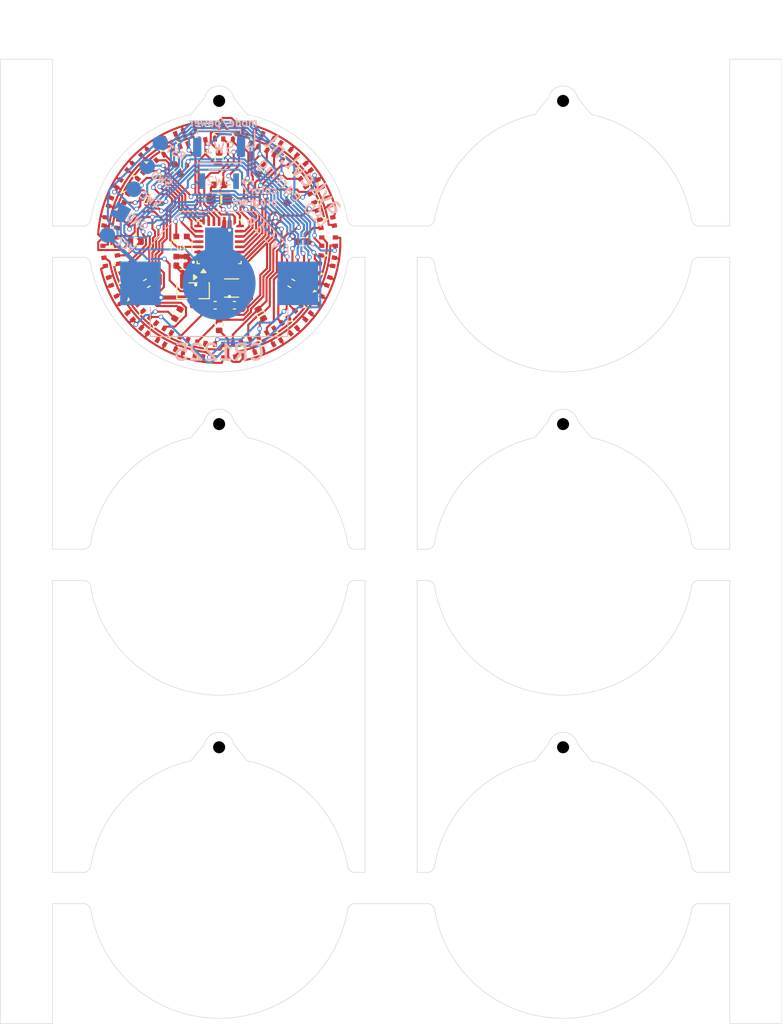
<source format=kicad_pcb>
(kicad_pcb (version 20241229) (generator "pcbnew") (generator_version "9.0")
  (layers (0 "F.Cu" signal) (2 "B.Cu" signal) (13 "F.Paste" user) (15 "B.Paste" user) (5 "F.SilkS" user "F.Silkscreen") (7 "B.SilkS" user "B.Silkscreen") (1 "F.Mask" user) (3 "B.Mask" user) (25 "Edge.Cuts" user))
  (net 0 "")
  (net 1 "SWCLK")
  (net 2 "SWDIO")
  (net 3 "VCC")
  (net 4 "GND")
  (net 5 "Net-(U2-PC15)")
  (net 6 "Net-(U2-PC14)")
  (net 7 "NRST")
  (net 8 "Net-(U2-PB7)")
  (net 9 "A4")
  (net 10 "A3")
  (net 11 "A1")
  (net 12 "A2")
  (net 13 "A5")
  (net 14 "A6")
  (net 15 "A7")
  (net 16 "A8")
  (net 17 "A9")
  (net 18 "A10")
  (net 19 "A11")
  (net 20 "A12")
  (net 21 "A1R")
  (net 22 "A2R")
  (net 23 "A3R")
  (net 24 "A4R")
  (net 25 "A5R")
  (net 26 "A6R")
  (net 27 "A7R")
  (net 28 "A8R")
  (net 29 "A9R")
  (net 30 "A10R")
  (net 31 "A11R")
  (net 32 "A12R")
  (net 33 "VBAT")
  (net 34 "PHOTO_VCC")
  (net 35 "PHOTO_SENSE")
  (net 36 "MIC_VCC")
  (net 37 "MIC_SENSE")
  (footprint "Custom:GMA2718H09-F42-4P" (layer "F.Cu") (at -3.605 0.465)
    (property "Reference" "U1")
    (property "Value" "GMA2718H09-F42-4P" (hide yes))
  )
  (footprint "Custom:NH-Z1415RGBA-SG" (layer "F.Cu") (at -9.093266 5.25 30)
    (property "Reference" "D25" (hide yes))
    (property "Value" "LED_ARGB" (hide yes))
  )
  (footprint "Custom:NH-Z1415RGBA-SG" (layer "F.Cu") (at 10.340481 -1.823305 -170)
    (property "Reference" "D9" (hide yes))
    (property "Value" "LED_ARGB" (hide yes))
  )
  (footprint "Custom:ToolingHole_JLCPCB" (layer "F.Cu") (at 0 -13.5)
    (property "Reference" "H1" (hide yes))
    (property "Value" "ToolingHole" (hide yes))
  )
  (footprint "Custom:NH-Z1415RGBA-SG" (layer "F.Cu") (at 9.093266 5.249999 150)
    (property "Reference" "D13" (hide yes))
    (property "Value" "LED_ARGB" (hide yes))
  )
  (footprint "Package_DFN_QFN:QFN-28_4x4mm_P0.5mm" (layer "F.Cu") (at 0 0 90)
    (property "Reference" "U2" (hide yes))
    (property "Value" "STM32L031G6Ux" (hide yes))
  )
  (footprint "Custom:NH-Z1415RGBA-SG" (layer "F.Cu") (at 1.823305 10.340481 100)
    (property "Reference" "D18" (hide yes))
    (property "Value" "LED_ARGB" (hide yes))
  )
  (footprint "Custom:NH-Z1415RGBA-SG" (layer "F.Cu") (at -1.823305 10.340481 80)
    (property "Reference" "D20" (hide yes))
    (property "Value" "LED_ARGB" (hide yes))
  )
  (footprint "Custom:NH-Z1415RGBA-SG" (layer "F.Cu") (at 6.749269 8.043466 130)
    (property "Reference" "D15" (hide yes))
    (property "Value" "LED_ARGB" (hide yes))
  )
  (footprint "Custom:ToolingHole_JLCPCB" (layer "F.Cu") (at 33 -13.5)
    (property "Reference" "H1" (hide yes))
    (property "Value" "ToolingHole" (hide yes))
  )
  (footprint "Custom:NH-Z1415RGBA-SG" (layer "F.Cu") (at -10.340481 1.823305 10)
    (property "Reference" "D27" (hide yes))
    (property "Value" "LED_ARGB" (hide yes))
  )
  (footprint "Custom:NH-Z1415RGBA-SG" (layer "F.Cu") (at 6.749269 -8.043466 -130)
    (property "Reference" "D5" (hide yes))
    (property "Value" "LED_ARGB" (hide yes))
  )
  (footprint "Custom:NH-Z1415RGBA-SG" (layer "F.Cu") (at -9.866772 -3.591211 -20)
    (property "Reference" "D30" (hide yes))
    (property "Value" "LED_ARGB" (hide yes))
  )
  (footprint "Custom:NH-Z1415RGBA-SG" (layer "F.Cu") (at -9.866772 3.591211 20)
    (property "Reference" "D26" (hide yes))
    (property "Value" "LED_ARGB" (hide yes))
  )
  (footprint "Custom:NH-Z1415RGBA-SG" (layer "F.Cu") (at 10.5 0 180)
    (property "Reference" "D10" (hide yes))
    (property "Value" "LED_ARGB" (hide yes))
  )
  (footprint "Resistor_SMD:R_0402_1005Metric" (layer "F.Cu") (at -4 6.93 -120)
    (property "Reference" "R8" (hide yes))
    (property "Value" "1k" (hide yes))
  )
  (footprint "Custom:NH-Z1415RGBA-SG" (layer "F.Cu") (at -8.043466 -6.749269 -40)
    (property "Reference" "D32" (hide yes))
    (property "Value" "LED_ARGB" (hide yes))
  )
  (footprint "Resistor_SMD:R_0402_1005Metric" (layer "F.Cu") (at 4 6.93 -60)
    (property "Reference" "R9" (hide yes))
    (property "Value" "220" (hide yes))
  )
  (footprint "Custom:NH-Z1415RGBA-SG" (layer "F.Cu") (at -5.249999 9.093266 60)
    (property "Reference" "D22" (hide yes))
    (property "Value" "LED_ARGB" (hide yes))
  )
  (footprint "Custom:NH-Z1415RGBA-SG" (layer "F.Cu") (at 3.591211 -9.866772 -110)
    (property "Reference" "D3" (hide yes))
    (property "Value" "LED_ARGB" (hide yes))
  )
  (footprint "Resistor_SMD:R_0402_1005Metric" (layer "F.Cu") (at 0 -8 90)
    (property "Reference" "R3" (hide yes))
    (property "Value" "220" (hide yes))
  )
  (footprint "Custom:NH-Z1415RGBA-SG" (layer "F.Cu") (at 5.249999 9.093266 120)
    (property "Reference" "D16" (hide yes))
    (property "Value" "LED_ARGB" (hide yes))
  )
  (footprint "Custom:ToolingHole_JLCPCB" (layer "F.Cu") (at 0 17.5)
    (property "Reference" "H1" (hide yes))
    (property "Value" "ToolingHole" (hide yes))
  )
  (footprint "Custom:NH-Z1415RGBA-SG" (layer "F.Cu") (at -8.043466 6.749269 40)
    (property "Reference" "D24" (hide yes))
    (property "Value" "LED_ARGB" (hide yes))
  )
  (footprint "Resistor_SMD:R_0402_1005Metric" (layer "F.Cu") (at -4 -6.93 120)
    (property "Reference" "R4" (hide yes))
    (property "Value" "1k" (hide yes))
  )
  (footprint "Resistor_SMD:R_0402_1005Metric" (layer "F.Cu") (at 4 -6.93 -120)
    (property "Reference" "R1" (hide yes))
    (property "Value" "1k" (hide yes))
  )
  (footprint "Custom:ToolingHole_JLCPCB" (layer "F.Cu") (at 33 48.5)
    (property "Reference" "H1" (hide yes))
    (property "Value" "ToolingHole" (hide yes))
  )
  (footprint "Resistor_SMD:R_0402_1005Metric" (layer "F.Cu") (at 8 0)
    (property "Reference" "R12" (hide yes))
    (property "Value" "220" (hide yes))
  )
  (footprint "Custom:NH-Z1415RGBA-SG" (layer "F.Cu") (at 10.340481 1.823305 170)
    (property "Reference" "D11" (hide yes))
    (property "Value" "LED_ARGB" (hide yes))
  )
  (footprint "Custom:NH-Z1415RGBA-SG" (layer "F.Cu") (at -6.749269 -8.043466 -50)
    (property "Reference" "D33" (hide yes))
    (property "Value" "LED_ARGB" (hide yes))
  )
  (footprint "Custom:NH-Z1415RGBA-SG" (layer "F.Cu") (at -1.823305 -10.340481 -80)
    (property "Reference" "D36" (hide yes))
    (property "Value" "LED_ARGB" (hide yes))
  )
  (footprint "Custom:NH-Z1415RGBA-SG" (layer "F.Cu") (at 0 10.5 90)
    (property "Reference" "D19" (hide yes))
    (property "Value" "LED_ARGB" (hide yes))
  )
  (footprint "Custom:NH-Z1415RGBA-SG" (layer "F.Cu") (at 8.043466 -6.749269 -140)
    (property "Reference" "D6" (hide yes))
    (property "Value" "LED_ARGB" (hide yes))
  )
  (footprint "Custom:NH-Z1415RGBA-SG" (layer "F.Cu") (at 3.591211 9.866772 110)
    (property "Reference" "D17" (hide yes))
    (property "Value" "LED_ARGB" (hide yes))
  )
  (footprint "Resistor_SMD:R_0402_1005Metric" (layer "F.Cu") (at -6.93 4 -150)
    (property "Reference" "R7" (hide yes))
    (property "Value" "1k" (hide yes))
  )
  (footprint "Resistor_SMD:R_0402_1005Metric" (layer "F.Cu") (at 0 -5.45)
    (property "Reference" "R13" (hide yes))
    (property "Value" "10k" (hide yes))
  )
  (footprint "Custom:NH-Z1415RGBA-SG" (layer "F.Cu") (at 9.093266 -5.25 -150)
    (property "Reference" "D7" (hide yes))
    (property "Value" "LED_ARGB" (hide yes))
  )
  (footprint "Resistor_SMD:R_0402_1005Metric" (layer "F.Cu") (at 6.93 4 -30)
    (property "Reference" "R10" (hide yes))
    (property "Value" "1k" (hide yes))
  )
  (footprint "Resistor_SMD:R_0402_1005Metric" (layer "F.Cu") (at -6.93 -4 150)
    (property "Reference" "R5" (hide yes))
    (property "Value" "1k" (hide yes))
  )
  (footprint "Capacitor_SMD:C_0402_1005Metric" (layer "F.Cu") (at 1.47 6.1)
    (property "Reference" "C3" (hide yes))
    (property "Value" "22pF" (hide yes))
  )
  (footprint "Custom:NH-Z1415RGBA-SG" (layer "F.Cu") (at -10.340481 -1.823305 -10)
    (property "Reference" "D29" (hide yes))
    (property "Value" "LED_ARGB" (hide yes))
  )
  (footprint "Custom:NH-Z1415RGBA-SG" (layer "F.Cu") (at 8.043466 6.749269 140)
    (property "Reference" "D14" (hide yes))
    (property "Value" "LED_ARGB" (hide yes))
  )
  (footprint "Custom:NH-Z1415RGBA-SG" (layer "F.Cu") (at 1.823305 -10.340481 -100)
    (property "Reference" "D2" (hide yes))
    (property "Value" "LED_ARGB" (hide yes))
  )
  (footprint "Custom:NH-Z1415RGBA-SG" (layer "F.Cu") (at -6.749269 8.043466 50)
    (property "Reference" "D23" (hide yes))
    (property "Value" "LED_ARGB" (hide yes))
  )
  (footprint "Custom:NH-Z1415RGBA-SG" (layer "F.Cu") (at -9.093266 -5.25 -30)
    (property "Reference" "D31" (hide yes))
    (property "Value" "LED_ARGB" (hide yes))
  )
  (footprint "Capacitor_SMD:C_0402_1005Metric" (layer "F.Cu") (at -3.63 2.3)
    (property "Reference" "C1" (hide yes))
    (property "Value" "10uF" (hide yes))
  )
  (footprint "Capacitor_SMD:C_0402_1005Metric" (layer "F.Cu") (at -0.38 6.1 180)
    (property "Reference" "C2" (hide yes))
    (property "Value" "22pF" (hide yes))
  )
  (footprint "Custom:NH-Z1415RGBA-SG" (layer "F.Cu") (at -3.591211 9.866772 70)
    (property "Reference" "D21" (hide yes))
    (property "Value" "LED_ARGB" (hide yes))
  )
  (footprint "Custom:NH-Z1415RGBA-SG" (layer "F.Cu") (at -3.591211 -9.866772 -70)
    (property "Reference" "D35" (hide yes))
    (property "Value" "LED_ARGB" (hide yes))
  )
  (footprint "Custom:NH-Z1415RGBA-SG" (layer "F.Cu") (at 9.866772 3.591211 160)
    (property "Reference" "D12" (hide yes))
    (property "Value" "LED_ARGB" (hide yes))
  )
  (footprint "Resistor_SMD:R_0402_1005Metric" (layer "F.Cu") (at 0 8 -90)
    (property "Reference" "R11" (hide yes))
    (property "Value" "1k" (hide yes))
  )
  (footprint "Custom:ToolingHole_JLCPCB" (layer "F.Cu") (at 33 17.5)
    (property "Reference" "H1" (hide yes))
    (property "Value" "ToolingHole" (hide yes))
  )
  (footprint "Custom:NH-Z1415RGBA-SG" (layer "F.Cu") (at 9.866772 -3.591211 -160)
    (property "Reference" "D8" (hide yes))
    (property "Value" "LED_ARGB" (hide yes))
  )
  (footprint "Resistor_SMD:R_0402_1005Metric" (layer "F.Cu") (at 6.93 -4 30)
    (property "Reference" "R2" (hide yes))
    (property "Value" "1k" (hide yes))
  )
  (footprint "Custom:NH-Z1415RGBA-SG" (layer "F.Cu") (at 0 -10.5 -90)
    (property "Reference" "D1" (hide yes))
    (property "Value" "LED_ARGB" (hide yes))
  )
  (footprint "Resistor_SMD:R_0402_1005Metric" (layer "F.Cu") (at -8 0 180)
    (property "Reference" "R6" (hide yes))
    (property "Value" "220" (hide yes))
  )
  (footprint "Custom:NH-Z1415RGBA-SG" (layer "F.Cu") (at 5.249999 -9.093266 -120)
    (property "Reference" "D4" (hide yes))
    (property "Value" "LED_ARGB" (hide yes))
  )
  (footprint "Package_TO_SOT_SMD:SOT-23" (layer "F.Cu") (at -2.5 4.7125 -90)
    (property "Reference" "Q1" (hide yes))
    (property "Value" "AO3401A" (hide yes))
  )
  (footprint "Custom:NH-Z1415RGBA-SG" (layer "F.Cu") (at -10.5 0)
    (property "Reference" "D28" (hide yes))
    (property "Value" "LED_ARGB" (hide yes))
  )
  (footprint "Custom:ToolingHole_JLCPCB" (layer "F.Cu") (at 0 48.5)
    (property "Reference" "H1" (hide yes))
    (property "Value" "ToolingHole" (hide yes))
  )
  (footprint "Custom:Phototransistor_0603" (layer "F.Cu") (at 0 -4.05)
    (property "Reference" "Q2" (hide yes))
    (property "Value" "Q_Photo_NPN_EC" (hide yes))
  )
  (footprint "Custom:NH-Z1415RGBA-SG" (layer "F.Cu") (at -5.25 -9.093266 -60)
    (property "Reference" "D34" (hide yes))
    (property "Value" "LED_ARGB" (hide yes))
  )
  (footprint "Crystal:Crystal_SMD_3215-2Pin_3.2x1.5mm" (layer "F.Cu") (at 1.2 4.45)
    (property "Reference" "Y1" (hide yes))
    (property "Value" "Crystal" (hide yes))
  )
  (footprint "Button_Switch_SMD:SW_Push_SPST_NO_Alps_SKRK" (layer "B.Cu") (at 0 -9.1 180)
    (property "Reference" "SW1")
    (property "Value" "SW_Push" (hide yes))
  )
  (footprint "Custom:ProgramHeader" (layer "B.Cu") (at -8.81 -3.93 60)
    (property "Reference" "J1" (hide yes))
    (property "Value" "Conn_01x05" (hide yes))
  )
  (footprint "Custom:MY-1220-03" (layer "B.Cu") (at 0 4)
    (property "Reference" "BT1" (hide yes))
    (property "Value" "Battery_Cell" (hide yes))
  )
  (footprint "Custom:KXT311LHS" (layer "B.Cu") (at 0 -5.8 180)
    (property "Reference" "SW2")
    (property "Value" "SW_Push" (hide yes))
  )
  (gr_line (start 10.518141 -1.616263) (end 10.95 -1.6) (stroke (width 0.2)) (layer "F.Cu") (net 23))
  (gr_line (start -11.33077 2.610893) (end -11.025 2.45) (stroke (width 0.2)) (layer "F.Cu") (net 28))
  (gr_line (start -7.35 8.13) (end -7.2 7.93) (stroke (width 0.2)) (layer "F.Cu") (net 29))
  (gr_arc (start 10.351611 0.131417) (mid 8.054627 6.503545) (end 2.309508 10.091546) (stroke (width 0.2)) (layer "F.Cu") (net 30))
  (gr_line (start -2.375 -10.399999) (end -2.275 -10.75) (stroke (width 0.2)) (layer "F.Cu") (net 25))
  (gr_line (start -10.664216 0.27408) (end -11.075 0.325) (stroke (width 0.2)) (layer "F.Cu") (net 25))
  (gr_line (start -8.45 -6.6) (end -8.65 -6.75) (stroke (width 0.2)) (layer "F.Cu") (net 25))
  (gr_line (start -5.83 9.27) (end -5.72 9.09) (stroke (width 0.2)) (layer "F.Cu") (net 29))
  (gr_line (start 3.67 7.11) (end 4.35 6.69) (stroke (width 0.2)) (layer "F.Cu") (net 16))
  (gr_line (start -4.775 9.125) (end -4.675 8.875) (stroke (width 0.2)) (layer "F.Cu") (net 27))
  (gr_line (start -10.175 -3.3) (end -10.475 -3.4) (stroke (width 0.2)) (layer "F.Cu") (net 25))
  (gr_line (start 8.625 -6.725) (end 8.475 -6.6) (stroke (width 0.2)) (layer "F.Cu") (net 23))
  (gr_line (start -7.625 6.975) (end -7.425 6.8) (stroke (width 0.2)) (layer "F.Cu") (net 27))
  (gr_line (start 6.15 -7.875) (end 6.275 -8.1) (stroke (width 0.2)) (layer "F.Cu") (net 21))
  (gr_line (start 1.956965 10.500786) (end 1.56 10.99) (stroke (width 0.2)) (layer "F.Cu") (net 32))
  (gr_line (start 1.325 -9.95) (end 1.375 -10.175) (stroke (width 0.2)) (layer "F.Cu") (net 21))
  (gr_line (start -2.29 10.71) (end -2.26 10.54) (stroke (width 0.2)) (layer "F.Cu") (net 29))
  (gr_arc (start -10.664216 0.27408) (mid -8.425514 -6.543037) (end -2.375 -10.399999) (stroke (width 0.2)) (layer "F.Cu") (net 25))
  (gr_line (start -6.95 8.95) (end -7.142086 9.175713) (stroke (width 0.2)) (layer "F.Cu") (net 28))
  (gr_line (start 9.675 -5.15) (end 9.475 -5.025) (stroke (width 0.2)) (layer "F.Cu") (net 23))
  (gr_line (start 7.6 8.45) (end 7.75 8.65) (stroke (width 0.2)) (layer "F.Cu") (net 31))
  (gr_line (start -3.575 -11.025) (end -3.475 -10.725) (stroke (width 0.2)) (layer "F.Cu") (net 26))
  (gr_line (start -3.9 -9.5) (end -3.825 -9.3) (stroke (width 0.2)) (layer "F.Cu") (net 24))
  (gr_line (start -10.325649 0.249412) (end -10 0.325) (stroke (width 0.2)) (layer "F.Cu") (net 24))
  (gr_line (start 10.2 1.45) (end 9.925 1.375) (stroke (width 0.2)) (layer "F.Cu") (net 30))
  (gr_line (start 10.351611 0.131417) (end 9.99 -0.31) (stroke (width 0.2)) (layer "F.Cu") (net 30))
  (gr_line (start 5.375 8.475) (end 5.475 8.675) (stroke (width 0.2)) (layer "F.Cu") (net 30))
  (gr_line (start 8.5 -5.35) (end 8.7 -5.475) (stroke (width 0.2)) (layer "F.Cu") (net 21))
  (gr_line (start 4.675 -8.875) (end 4.8 -9.1) (stroke (width 0.2)) (layer "F.Cu") (net 21))
  (gr_line (start -6.925 -7.575) (end -6.725 -7.325) (stroke (width 0.2)) (layer "F.Cu") (net 24))
  (gr_line (start -9.475 -5.025) (end -9.7 -5.175) (stroke (width 0.2)) (layer "F.Cu") (net 25))
  (gr_line (start 2.133199 -11.427137) (end 1.64 -11.16) (stroke (width 0.2)) (layer "F.Cu") (net 22))
  (gr_line (start 11.624999 -0.35) (end 11.2 -0.4) (stroke (width 0.2)) (layer "F.Cu") (net 31))
  (gr_rect (start -1.3 -1.3) (end 0.55 1.3) (stroke (width 0.1)) (fill yes) (layer "F.Cu") (net 3))
  (gr_line (start -1.7 -11.5) (end -1.575 -11.125) (stroke (width 0.2)) (layer "F.Cu") (net 26))
  (gr_line (start 9.825 -2.125) (end 10 -2.175) (stroke (width 0.2)) (layer "F.Cu") (net 21))
  (gr_line (start 6.8 4.26) (end 7.1 3.74) (stroke (width 0.2)) (layer "F.Cu") (net 13))
  (gr_line (start -6.76 -4.28) (end -7.08 -3.71) (stroke (width 0.2)) (layer "F.Cu") (net 18))
  (gr_line (start 10.425 -3.35) (end 10.225 -3.275) (stroke (width 0.2)) (layer "F.Cu") (net 23))
  (gr_line (start -3.6 11.025) (end -3.5 10.7) (stroke (width 0.2)) (layer "F.Cu") (net 28))
  (gr_line (start 10.674999 0.375) (end 11.025 0.35) (stroke (width 0.2)) (layer "F.Cu") (net 32))
  (gr_line (start -8.69 6.75) (end -8.51 6.61) (stroke (width 0.2)) (layer "F.Cu") (net 29))
  (gr_line (start 7.425 -6.725) (end 7.625 -6.9) (stroke (width 0.2)) (layer "F.Cu") (net 21))
  (gr_line (start 0.25 11.624999) (end 0.4 11.225) (stroke (width 0.2)) (layer "F.Cu") (net 28))
  (gr_line (start 6.025 9.6) (end 6.15 9.8) (stroke (width 0.2)) (layer "F.Cu") (net 31))
  (gr_line (start -10.077576 2.362324) (end -9.8 2.225) (stroke (width 0.2)) (layer "F.Cu") (net 27))
  (gr_line (start 3.275 10.2) (end 3.35 10.475) (stroke (width 0.2)) (layer "F.Cu") (net 32))
  (gr_line (start 11.175 1.6) (end 11.475 1.625) (stroke (width 0.2)) (layer "F.Cu") (net 31))
  (gr_line (start 0.939991 -10.599999) (end 0.44 -11.07) (stroke (width 0.2)) (layer "F.Cu") (net 23))
  (gr_line (start 10.025 5.35) (end 10.225 5.475) (stroke (width 0.2)) (layer "F.Cu") (net 31))
  (gr_line (start -7.125 -9.125) (end -6.95 -8.925) (stroke (width 0.2)) (layer "F.Cu") (net 26))
  (gr_line (start 7.12 -9.12) (end 7 -8.92) (stroke (width 0.2)) (layer "F.Cu") (net 22))
  (gr_line (start -8.675 5.525) (end -8.475 5.375) (stroke (width 0.2)) (layer "F.Cu") (net 27))
  (gr_line (start 6.6 8.475) (end 6.775 8.7) (stroke (width 0.2)) (layer "F.Cu") (net 32))
  (gr_line (start 7.35 -8.15) (end 7.2 -7.975) (stroke (width 0.2)) (layer "F.Cu") (net 23))
  (gr_line (start 9.525 3.075) (end 9.8 3.15) (stroke (width 0.2)) (layer "F.Cu") (net 30))
  (gr_line (start -0.4 -9.975) (end -0.425 -10.325) (stroke (width 0.2)) (layer "F.Cu") (net 21))
  (gr_line (start -10.2 3.26) (end -10.58 3.42) (stroke (width 0.2)) (layer "F.Cu") (net 29))
  (gr_line (start 10.75 3.5) (end 11 3.6) (stroke (width 0.2)) (layer "F.Cu") (net 31))
  (gr_line (start 8.875 7) (end 9.167084 7.157351) (stroke (width 0.2)) (layer "F.Cu") (net 31))
  (gr_line (start 5.45 -10.21) (end 5.31 -9.97) (stroke (width 0.2)) (layer "F.Cu") (net 22))
  (gr_line (start 9.78 -6.16) (end 9.58 -6) (stroke (width 0.2)) (layer "F.Cu") (net 22))
  (gr_line (start -5.5 -8.675) (end -5.35 -8.4) (stroke (width 0.2)) (layer "F.Cu") (net 24))
  (gr_line (start -11.603864 -0.700233) (end -11.3 -0.475) (stroke (width 0.2)) (layer "F.Cu") (net 26))
  (gr_rect (start -1.3 -0.65) (end 1.3 1.3) (stroke (width 0.1)) (fill yes) (layer "F.Cu") (net 3))
  (gr_line (start 0.125 10.349999) (end 0.35 9.95) (stroke (width 0.2)) (layer "F.Cu") (net 27))
  (gr_line (start 11.22 -3.04) (end 11.02 -2.43) (stroke (width 0.2)) (layer "F.Cu") (net 22))
  (gr_line (start -5.65 -9.1) (end -5.8 -9.325) (stroke (width 0.2)) (layer "F.Cu") (net 25))
  (gr_line (start 10.725 2.3) (end 10.475 2.275) (stroke (width 0.2)) (layer "F.Cu") (net 32))
  (gr_line (start -9.71 5.13) (end -9.52 5.04) (stroke (width 0.2)) (layer "F.Cu") (net 29))
  (gr_line (start -9.525 3.925) (end -9.325 3.85) (stroke (width 0.2)) (layer "F.Cu") (net 27))
  (gr_line (start -3.15 9.8) (end -3.075 9.575) (stroke (width 0.2)) (layer "F.Cu") (net 27))
  (gr_line (start -10.6 -1.475) (end -10.975 -1.525) (stroke (width 0.2)) (layer "F.Cu") (net 25))
  (gr_arc (start 0.94 -10.599999) (mid 7.28005 -7.76173) (end 10.518141 -1.616263) (stroke (width 0.2)) (layer "F.Cu") (net 23))
  (gr_line (start 7.95 6.15) (end 8.165388 6.363926) (stroke (width 0.2)) (layer "F.Cu") (net 30))
  (gr_arc (start 0.125 10.349999) (mid -6.380766 8.150087) (end -10.077576 2.362324) (stroke (width 0.2)) (layer "F.Cu") (net 27))
  (gr_line (start -6.380766 8.150087) (end -6.15 7.925) (stroke (width 0.2)) (layer "F.Cu") (net 27))
  (gr_line (start -0.52 11) (end -1.309992 10.59) (stroke (width 0.2)) (layer "F.Cu") (net 29))
  (gr_line (start 6.75 7.425) (end 6.925 7.625) (stroke (width 0.2)) (layer "F.Cu") (net 30))
  (gr_line (start 10.175 4.15) (end 9.975 4.025) (stroke (width 0.2)) (layer "F.Cu") (net 32))
  (gr_line (start -1.375 10.2) (end -1.325 9.925) (stroke (width 0.2)) (layer "F.Cu") (net 27))
  (gr_line (start 9.325 5.85) (end 9.05 5.65) (stroke (width 0.2)) (layer "F.Cu") (net 32))
  (gr_line (start -9.625 6.05) (end -9.8 6.15) (stroke (width 0.2)) (layer "F.Cu") (net 28))
  (gr_line (start -9.65 -6) (end -9.825 -6.125) (stroke (width 0.2)) (layer "F.Cu") (net 26))
  (gr_line (start 5.825 -9.3) (end 5.725 -9.1) (stroke (width 0.2)) (layer "F.Cu") (net 23))
  (gr_line (start -9.775 -3.175) (end -9.45 -3) (stroke (width 0.2)) (layer "F.Cu") (net 24))
  (gr_arc (start 0.25 11.624999) (mid -7.142086 9.175713) (end -11.33077 2.610893) (stroke (width 0.2)) (layer "F.Cu") (net 28))
  (gr_line (start -8.425 7.6) (end -8.6 7.75) (stroke (width 0.2)) (layer "F.Cu") (net 28))
  (gr_arc (start 11.624999 -0.35) (mid 9.167084 7.157351) (end 2.480068 11.362762) (stroke (width 0.2)) (layer "F.Cu") (net 31))
  (gr_line (start -10.525 -4.25) (end -10.725 -4.375) (stroke (width 0.2)) (layer "F.Cu") (net 26))
  (gr_line (start 8.9 4.65) (end 9.1 4.825) (stroke (width 0.2)) (layer "F.Cu") (net 30))
  (gr_line (start -1.575 11.225) (end -1.625 11.5) (stroke (width 0.2)) (layer "F.Cu") (net 28))
  (gr_line (start 8.59 -7.73) (end 8.43 -7.62) (stroke (width 0.2)) (layer "F.Cu") (net 22))
  (gr_arc (start 2.133199 -11.427137) (mid 7.884351 -8.542072) (end 11.22 -3.04) (stroke (width 0.2)) (layer "F.Cu") (net 22))
  (gr_line (start -10.55 4.275) (end -10.725 4.35) (stroke (width 0.2)) (layer "F.Cu") (net 28))
  (gr_line (start 3.075 -9.575) (end 3.15 -9.8) (stroke (width 0.2)) (layer "F.Cu") (net 21))
  (gr_line (start -4.125 -10.15) (end -4.025 -9.925) (stroke (width 0.2)) (layer "F.Cu") (net 25))
  (gr_line (start -4.075 9.95) (end -4.15 10.175) (stroke (width 0.2)) (layer "F.Cu") (net 29))
  (gr_line (start 10.71 -4.38) (end 10.48 -4.28) (stroke (width 0.2)) (layer "F.Cu") (net 22))
  (gr_arc (start -0.425 -10.325) (mid 6.316973 -8.178148) (end 10.097444 -2.197243) (stroke (width 0.2)) (layer "F.Cu") (net 21))
  (gr_line (start -10.15 -1.4) (end -9.95 -1.325) (stroke (width 0.2)) (layer "F.Cu") (net 24))
  (gr_line (start 3.875 9.3) (end 3.95 9.525) (stroke (width 0.2)) (layer "F.Cu") (net 30))
  (gr_line (start -1.4 1.625) (end -1.325 1.3) (stroke (width 0.3)) (layer "F.Cu") (net 3))
  (gr_line (start 2.25 -10.7) (end 2.225 -10.5) (stroke (width 0.2)) (layer "F.Cu") (net 23))
  (gr_line (start -10.500361 1.899108) (end -10.92 1.6) (stroke (width 0.2)) (layer "F.Cu") (net 29))
  (gr_line (start -5.45 -10.2) (end -5.325 -9.975) (stroke (width 0.2)) (layer "F.Cu") (net 26))
  (gr_arc (start -1.31 10.59) (mid -7.331716 7.753073) (end -10.500361 1.899108) (stroke (width 0.2)) (layer "F.Cu") (net 29))
  (gr_line (start 3.63 -10.99) (end 3.52 -10.76) (stroke (width 0.2)) (layer "F.Cu") (net 22))
  (gr_line (start -9.1 -4.825) (end -8.825 -4.625) (stroke (width 0.2)) (layer "F.Cu") (net 24))
  (gr_line (start -11.1 -2.375) (end -11.35 -2.45) (stroke (width 0.2)) (layer "F.Cu") (net 26))
  (gr_line (start -2.275 -10.074999) (end -2.15 -9.775) (stroke (width 0.2)) (layer "F.Cu") (net 24))
  (gr_line (start 2.480068 11.362762) (end 2.4 11.075) (stroke (width 0.2)) (layer "F.Cu") (net 31))
  (gr_line (start 7.954706 7.128736) (end 8.225 7.4) (stroke (width 0.2)) (layer "F.Cu") (net 32))
  (gr_line (start 4.125 -10.15) (end 4.05 -9.95) (stroke (width 0.2)) (layer "F.Cu") (net 23))
  (gr_arc (start 10.674998 0.375) (mid 8.094721 6.96934) (end 1.956965 10.500786) (stroke (width 0.2)) (layer "F.Cu") (net 32))
  (gr_line (start -8.45 -7.6) (end -8.6 -7.725) (stroke (width 0.2)) (layer "F.Cu") (net 26))
  (gr_line (start 5 9.475) (end 5.125 9.75) (stroke (width 0.2)) (layer "F.Cu") (net 32))
  (gr_arc (start -10.325649 0.249412) (mid -8.145088 -6.351282) (end -2.275 -10.074999) (stroke (width 0.2)) (layer "F.Cu") (net 24))
  (gr_line (start 2.309508 10.091546) (end 2.175 9.8) (stroke (width 0.2)) (layer "F.Cu") (net 30))
  (gr_line (start -7.125 -7.975) (end -7.325 -8.125) (stroke (width 0.2)) (layer "F.Cu") (net 25))
  (gr_line (start 9.25 -3.8) (end 9.5 -3.9) (stroke (width 0.2)) (layer "F.Cu") (net 21))
  (gr_line (start -8.145088 -6.351282) (end -7.9 -6.075) (stroke (width 0.2)) (layer "F.Cu") (net 24))
  (gr_line (start 4.25 10.425) (end 4.35 10.725) (stroke (width 0.2)) (layer "F.Cu") (net 31))
  (gr_line (start -5.275 9.975) (end -5.4 10.225) (stroke (width 0.2)) (layer "F.Cu") (net 28))
  (gr_arc (start -11.603864 -0.700233) (mid -8.567785 -7.857038) (end -1.7 -11.5) (stroke (width 0.2)) (layer "F.Cu") (net 26))
  (gr_rect (start -1.3 -1.3) (end 1.3 1.3) (stroke (width 0.1)) (fill yes) (layer "B.Cu") (net 4))
  (gr_line (start 2.6 -9.1) (end 2.9 -8.8) (stroke (width 0.15)) (layer "B.SilkS"))
  (gr_line (start 2.2 -5.8) (end 3.2 -5.8) (stroke (width 0.15)) (layer "B.SilkS"))
  (gr_line (start 3.4 -9.1) (end 3.4 -10.7) (stroke (width 0.15)) (layer "B.SilkS"))
  (gr_line (start 2.2 -5.8) (end 2.5 -5.5) (stroke (width 0.15)) (layer "B.SilkS"))
  (gr_line (start 2.6 -9.1) (end 3.4 -9.1) (stroke (width 0.15)) (layer "B.SilkS"))
  (gr_line (start 2.6 -9.1) (end 2.9 -9.4) (stroke (width 0.15)) (layer "B.SilkS"))
  (gr_line (start 3.2 -5.8) (end 2.2 -5.8) (stroke (width 0.15)) (layer "B.SilkS"))
  (gr_line (start 3.2 -5.8) (end 3.2 -5.5) (stroke (width 0.15)) (layer "B.SilkS"))
  (gr_line (start 2.2 -5.8) (end 2.5 -6.1) (stroke (width 0.15)) (layer "B.SilkS"))
  (gr_line (start -1.4 48.2) (end -2.7 49.795083) (stroke (width 0.05)) (layer "Edge.Cuts"))
  (gr_line (start 1.4 48.2) (end 2.7 49.795083) (stroke (width 0.05)) (layer "Edge.Cuts"))
  (gr_arc (start 31.6 -13.8) (mid 33 -14.931782) (end 34.4 -13.8) (stroke (width 0.05)) (layer "Edge.Cuts"))
  (gr_line (start -13 29.5) (end -16 29.5) (stroke (width 0.05)) (layer "Edge.Cuts"))
  (gr_curve (pts (xy 46 1.5) (xy 45.5 1.5) (xy 45.33666 2.014149) (xy 45.33666 2.014149)) (stroke (width 0.05)) (layer "Edge.Cuts"))
  (gr_line (start -16 75) (end -16 63.5) (stroke (width 0.05)) (layer "Edge.Cuts"))
  (gr_line (start 19 60.5) (end 19 32.5) (stroke (width 0.05)) (layer "Edge.Cuts"))
  (gr_curve (pts (xy 13 1.5) (xy 12.5 1.5) (xy 12.33666 2.014149) (xy 12.33666 2.014149)) (stroke (width 0.05)) (layer "Edge.Cuts"))
  (gr_line (start 31.6 -13.8) (end 30.3 -12.204917) (stroke (width 0.05)) (layer "Edge.Cuts"))
  (gr_arc (start 0 12.5) (mid -8.095466 9.52436) (end -12.336661 2.014149) (stroke (width 0.05)) (layer "Edge.Cuts"))
  (gr_curve (pts (xy -13 -1.5) (xy -12.5 -1.5) (xy -12.336661 -2.014148) (xy -12.336661 -2.014148)) (stroke (width 0.05)) (layer "Edge.Cuts"))
  (gr_arc (start 35.7 49.795083) (mid 42.082303 53.411533) (end 45.336661 59.985851) (stroke (width 0.05)) (layer "Edge.Cuts"))
  (gr_line (start 54 -17.5) (end 54 75) (stroke (width 0.05)) (layer "Edge.Cuts"))
  (gr_line (start 34.4 17.2) (end 35.7 18.795083) (stroke (width 0.05)) (layer "Edge.Cuts"))
  (gr_line (start 19 29.5) (end 19 1.5) (stroke (width 0.05)) (layer "Edge.Cuts"))
  (gr_line (start 31.6 48.2) (end 30.3 49.795083) (stroke (width 0.05)) (layer "Edge.Cuts"))
  (gr_line (start -13 60.5) (end -16 60.5) (stroke (width 0.05)) (layer "Edge.Cuts"))
  (gr_arc (start -12.336661 59.985851) (mid -9.082303 53.411533) (end -2.7 49.795083) (stroke (width 0.05)) (layer "Edge.Cuts"))
  (gr_arc (start 12.336661 2.014149) (mid 8.095466 9.52436) (end 0 12.5) (stroke (width 0.05)) (layer "Edge.Cuts"))
  (gr_line (start 20 29.5) (end 19 29.5) (stroke (width 0.05)) (layer "Edge.Cuts"))
  (gr_curve (pts (xy 46 60.5) (xy 45.5 60.5) (xy 45.336661 59.985858) (xy 45.336661 59.985858)) (stroke (width 0.05)) (layer "Edge.Cuts"))
  (gr_line (start 20 60.5) (end 19 60.5) (stroke (width 0.05)) (layer "Edge.Cuts"))
  (gr_line (start 49 1.5) (end 46 1.5) (stroke (width 0.05)) (layer "Edge.Cuts"))
  (gr_line (start 19 1.5) (end 20 1.5) (stroke (width 0.05)) (layer "Edge.Cuts"))
  (gr_line (start -21 75) (end -16 75) (stroke (width 0.05)) (layer "Edge.Cuts"))
  (gr_arc (start 35.7 18.795083) (mid 42.082303 22.411533) (end 45.336661 28.985851) (stroke (width 0.05)) (layer "Edge.Cuts"))
  (gr_arc (start -12.336661 -2.014149) (mid -9.082303 -8.588467) (end -2.7 -12.204917) (stroke (width 0.05)) (layer "Edge.Cuts"))
  (gr_line (start 49 75) (end 49 63.5) (stroke (width 0.05)) (layer "Edge.Cuts"))
  (gr_line (start -1.4 -13.8) (end -2.7 -12.204917) (stroke (width 0.05)) (layer "Edge.Cuts"))
  (gr_line (start 13 32.5) (end 14 32.5) (stroke (width 0.05)) (layer "Edge.Cuts"))
  (gr_line (start 46 29.5) (end 49 29.5) (stroke (width 0.05)) (layer "Edge.Cuts"))
  (gr_curve (pts (xy 46 63.5) (xy 45.5 63.5) (xy 45.33666 64.014149) (xy 45.33666 64.014149)) (stroke (width 0.05)) (layer "Edge.Cuts"))
  (gr_line (start 1.4 17.2) (end 2.7 18.795083) (stroke (width 0.05)) (layer "Edge.Cuts"))
  (gr_arc (start 12.336661 33.014149) (mid 8.095466 40.52436) (end 0 43.5) (stroke (width 0.05)) (layer "Edge.Cuts"))
  (gr_arc (start 2.7 49.795083) (mid 9.082303 53.411533) (end 12.336661 59.985851) (stroke (width 0.05)) (layer "Edge.Cuts"))
  (gr_line (start 19 32.5) (end 20 32.5) (stroke (width 0.05)) (layer "Edge.Cuts"))
  (gr_curve (pts (xy 46 29.5) (xy 45.5 29.5) (xy 45.336661 28.985858) (xy 45.336661 28.985858)) (stroke (width 0.05)) (layer "Edge.Cuts"))
  (gr_curve (pts (xy -13 29.5) (xy -12.5 29.5) (xy -12.336661 28.985852) (xy -12.336661 28.985852)) (stroke (width 0.05)) (layer "Edge.Cuts"))
  (gr_line (start 49 60.5) (end 49 32.5) (stroke (width 0.05)) (layer "Edge.Cuts"))
  (gr_curve (pts (xy 13 60.5) (xy 12.5 60.5) (xy 12.336661 59.985858) (xy 12.336661 59.985858)) (stroke (width 0.05)) (layer "Edge.Cuts"))
  (gr_curve (pts (xy 20 32.5) (xy 20.5 32.5) (xy 20.663339 33.014148) (xy 20.663339 33.014148)) (stroke (width 0.05)) (layer "Edge.Cuts"))
  (gr_arc (start -1.4 48.2) (mid 0 47.068218) (end 1.4 48.2) (stroke (width 0.05)) (layer "Edge.Cuts"))
  (gr_arc (start 33 43.5) (mid 24.904534 40.52436) (end 20.663339 33.014149) (stroke (width 0.05)) (layer "Edge.Cuts"))
  (gr_line (start 34.4 48.2) (end 35.7 49.795083) (stroke (width 0.05)) (layer "Edge.Cuts"))
  (gr_arc (start 31.6 48.2) (mid 33 47.068218) (end 34.4 48.2) (stroke (width 0.05)) (layer "Edge.Cuts"))
  (gr_arc (start 0 74.5) (mid -8.095466 71.52436) (end -12.336661 64.014149) (stroke (width 0.05)) (layer "Edge.Cuts"))
  (gr_arc (start 2.7 -12.204917) (mid 9.082303 -8.588467) (end 12.336661 -2.014149) (stroke (width 0.05)) (layer "Edge.Cuts"))
  (gr_arc (start 35.7 -12.204917) (mid 42.082303 -8.588467) (end 45.336661 -2.014149) (stroke (width 0.05)) (layer "Edge.Cuts"))
  (gr_line (start -16 1.5) (end -13 1.5) (stroke (width 0.05)) (layer "Edge.Cuts"))
  (gr_arc (start 20.663339 28.985851) (mid 23.917697 22.411533) (end 30.3 18.795083) (stroke (width 0.05)) (layer "Edge.Cuts"))
  (gr_line (start 54 75) (end 49 75) (stroke (width 0.05)) (layer "Edge.Cuts"))
  (gr_arc (start 12.336661 64.014149) (mid 8.095466 71.52436) (end 0 74.5) (stroke (width 0.05)) (layer "Edge.Cuts"))
  (gr_line (start -13 -1.5) (end -16 -1.5) (stroke (width 0.05)) (layer "Edge.Cuts"))
  (gr_arc (start 31.6 17.2) (mid 33 16.068218) (end 34.4 17.2) (stroke (width 0.05)) (layer "Edge.Cuts"))
  (gr_curve (pts (xy 46 32.5) (xy 45.5 32.5) (xy 45.33666 33.014149) (xy 45.33666 33.014149)) (stroke (width 0.05)) (layer "Edge.Cuts"))
  (gr_arc (start -12.336661 28.985851) (mid -9.082303 22.411533) (end -2.7 18.795083) (stroke (width 0.05)) (layer "Edge.Cuts"))
  (gr_curve (pts (xy 46 -1.5) (xy 45.5 -1.5) (xy 45.336661 -2.014142) (xy 45.336661 -2.014142)) (stroke (width 0.05)) (layer "Edge.Cuts"))
  (gr_line (start -1.4 17.2) (end -2.7 18.795083) (stroke (width 0.05)) (layer "Edge.Cuts"))
  (gr_line (start 34.4 -13.8) (end 35.7 -12.204917) (stroke (width 0.05)) (layer "Edge.Cuts"))
  (gr_line (start -16 60.5) (end -16 32.5) (stroke (width 0.05)) (layer "Edge.Cuts"))
  (gr_curve (pts (xy -13 60.5) (xy -12.5 60.5) (xy -12.336661 59.985852) (xy -12.336661 59.985852)) (stroke (width 0.05)) (layer "Edge.Cuts"))
  (gr_curve (pts (xy 13 -1.5) (xy 12.5 -1.5) (xy 12.336661 -2.014142) (xy 12.336661 -2.014142)) (stroke (width 0.05)) (layer "Edge.Cuts"))
  (gr_line (start 49 -17.5) (end 54 -17.5) (stroke (width 0.05)) (layer "Edge.Cuts"))
  (gr_line (start -16 -1.5) (end -16 -17.5) (stroke (width 0.05)) (layer "Edge.Cuts"))
  (gr_line (start 1.4 -13.8) (end 2.7 -12.204917) (stroke (width 0.05)) (layer "Edge.Cuts"))
  (gr_curve (pts (xy 20 60.5) (xy 20.5 60.5) (xy 20.663339 59.985852) (xy 20.663339 59.985852)) (stroke (width 0.05)) (layer "Edge.Cuts"))
  (gr_line (start 14 32.5) (end 14 60.5) (stroke (width 0.05)) (layer "Edge.Cuts"))
  (gr_line (start 49 29.5) (end 49 1.5) (stroke (width 0.05)) (layer "Edge.Cuts"))
  (gr_line (start 13 -1.5) (end 20 -1.5) (stroke (width 0.05)) (layer "Edge.Cuts"))
  (gr_arc (start 33 12.5) (mid 24.904534 9.52436) (end 20.663339 2.014149) (stroke (width 0.05)) (layer "Edge.Cuts"))
  (gr_line (start 49 -1.5) (end 49 -17.5) (stroke (width 0.05)) (layer "Edge.Cuts"))
  (gr_line (start 46 -1.5) (end 49 -1.5) (stroke (width 0.05)) (layer "Edge.Cuts"))
  (gr_curve (pts (xy -13 63.5) (xy -12.5 63.5) (xy -12.336661 64.014148) (xy -12.336661 64.014148)) (stroke (width 0.05)) (layer "Edge.Cuts"))
  (gr_arc (start -1.4 17.2) (mid 0 16.068218) (end 1.4 17.2) (stroke (width 0.05)) (layer "Edge.Cuts"))
  (gr_line (start 14 29.5) (end 13 29.5) (stroke (width 0.05)) (layer "Edge.Cuts"))
  (gr_curve (pts (xy 13 29.5) (xy 12.5 29.5) (xy 12.336661 28.985858) (xy 12.336661 28.985858)) (stroke (width 0.05)) (layer "Edge.Cuts"))
  (gr_line (start 46 60.5) (end 49 60.5) (stroke (width 0.05)) (layer "Edge.Cuts"))
  (gr_arc (start 45.336661 33.014149) (mid 41.095466 40.52436) (end 33 43.5) (stroke (width 0.05)) (layer "Edge.Cuts"))
  (gr_arc (start 45.336661 64.014149) (mid 41.095466 71.52436) (end 33 74.5) (stroke (width 0.05)) (layer "Edge.Cuts"))
  (gr_arc (start 20.663339 -2.014149) (mid 23.917697 -8.588467) (end 30.3 -12.204917) (stroke (width 0.05)) (layer "Edge.Cuts"))
  (gr_curve (pts (xy 13 32.5) (xy 12.5 32.5) (xy 12.33666 33.014149) (xy 12.33666 33.014149)) (stroke (width 0.05)) (layer "Edge.Cuts"))
  (gr_line (start 49 32.5) (end 46 32.5) (stroke (width 0.05)) (layer "Edge.Cuts"))
  (gr_arc (start 2.7 18.795083) (mid 9.082303 22.411533) (end 12.336661 28.985851) (stroke (width 0.05)) (layer "Edge.Cuts"))
  (gr_line (start -16 29.5) (end -16 1.5) (stroke (width 0.05)) (layer "Edge.Cuts"))
  (gr_line (start 13 1.5) (end 14 1.5) (stroke (width 0.05)) (layer "Edge.Cuts"))
  (gr_curve (pts (xy -13 1.5) (xy -12.5 1.5) (xy -12.336661 2.014148) (xy -12.336661 2.014148)) (stroke (width 0.05)) (layer "Edge.Cuts"))
  (gr_curve (pts (xy 20 29.5) (xy 20.5 29.5) (xy 20.663339 28.985852) (xy 20.663339 28.985852)) (stroke (width 0.05)) (layer "Edge.Cuts"))
  (gr_line (start 49 63.5) (end 46 63.5) (stroke (width 0.05)) (layer "Edge.Cuts"))
  (gr_arc (start -1.4 -13.8) (mid 0 -14.931782) (end 1.4 -13.8) (stroke (width 0.05)) (layer "Edge.Cuts"))
  (gr_curve (pts (xy 13 63.5) (xy 12.5 63.5) (xy 12.33666 64.014149) (xy 12.33666 64.014149)) (stroke (width 0.05)) (layer "Edge.Cuts"))
  (gr_line (start -16 -17.5) (end -21 -17.5) (stroke (width 0.05)) (layer "Edge.Cuts"))
  (gr_line (start 14 60.5) (end 13 60.5) (stroke (width 0.05)) (layer "Edge.Cuts"))
  (gr_line (start -16 63.5) (end -13 63.5) (stroke (width 0.05)) (layer "Edge.Cuts"))
  (gr_curve (pts (xy -13 32.5) (xy -12.5 32.5) (xy -12.336661 33.014148) (xy -12.336661 33.014148)) (stroke (width 0.05)) (layer "Edge.Cuts"))
  (gr_arc (start 20.663339 59.985851) (mid 23.917697 53.411533) (end 30.3 49.795083) (stroke (width 0.05)) (layer "Edge.Cuts"))
  (gr_line (start -21 -17.5) (end -21 75) (stroke (width 0.05)) (layer "Edge.Cuts"))
  (gr_arc (start 33 74.5) (mid 24.904534 71.52436) (end 20.663339 64.014149) (stroke (width 0.05)) (layer "Edge.Cuts"))
  (gr_line (start -16 32.5) (end -13 32.5) (stroke (width 0.05)) (layer "Edge.Cuts"))
  (gr_line (start 13 63.5) (end 20 63.5) (stroke (width 0.05)) (layer "Edge.Cuts"))
  (gr_line (start 31.6 17.2) (end 30.3 18.795083) (stroke (width 0.05)) (layer "Edge.Cuts"))
  (gr_arc (start 45.336661 2.014149) (mid 41.095466 9.52436) (end 33 12.5) (stroke (width 0.05)) (layer "Edge.Cuts"))
  (gr_arc (start 0 43.5) (mid -8.095466 40.52436) (end -12.336661 33.014149) (stroke (width 0.05)) (layer "Edge.Cuts"))
  (gr_curve (pts (xy 20 -1.5) (xy 20.5 -1.5) (xy 20.663339 -2.014148) (xy 20.663339 -2.014148)) (stroke (width 0.05)) (layer "Edge.Cuts"))
  (gr_curve (pts (xy 20 1.5) (xy 20.5 1.5) (xy 20.663339 2.014148) (xy 20.663339 2.014148)) (stroke (width 0.05)) (layer "Edge.Cuts"))
  (gr_line (start 14 1.5) (end 14 29.5) (stroke (width 0.05)) (layer "Edge.Cuts"))
  (gr_curve (pts (xy 20 63.5) (xy 20.5 63.5) (xy 20.663339 64.014148) (xy 20.663339 64.014148)) (stroke (width 0.05)) (layer "Edge.Cuts"))
  (gr_text "SWD" (at -4.7 -5.03 330) (layer "B.SilkS") (effects (font (size 0.7 0.7) (thickness 0.16)) (justify left bottom mirror)))
  (gr_text "LED earring" (at 6.7 -4.3 315) (layer "B.SilkS") (effects (font (size 1 1) (thickness 0.153)) (justify bottom mirror)))
  (gr_text "VCC" (at -8.34 1.26 330) (layer "B.SilkS") (effects (font (size 0.7 0.7) (thickness 0.16)) (justify left bottom mirror)))
  (gr_text "CR1225" (at 0 11.5 0) (layer "B.SilkS") (effects (font (size 1.5 1.5) (thickness 0.25) (bold yes)) (justify bottom mirror)))
  (gr_text "color/\nprogram" (at 5.7 -3.4 0) (layer "B.SilkS") (effects (font (size 0.7 0.7)) (justify left bottom mirror)))
  (gr_text "RST\n" (at -3.44 -7.64 330) (layer "B.SilkS") (effects (font (size 0.7 0.7) (thickness 0.16)) (justify left bottom mirror)))
  (gr_text "mode/power" (at 3.8 -11 0) (layer "B.SilkS") (effects (font (size 0.7 0.7)) (justify left bottom mirror)))
  (gr_text "SWC" (at -5.78 -3.08 330) (layer "B.SilkS") (effects (font (size 0.7 0.7) (thickness 0.16)) (justify left bottom mirror)))
  (gr_text "aykevl.nl" (at 11.125 -2.225 315) (layer "B.SilkS") (effects (font (size 1.5 1.5) (thickness 0.22)) (justify left bottom mirror)))
  (gr_text "GND" (at -7.05 -0.99 330) (layer "B.SilkS") (effects (font (size 0.7 0.7) (thickness 0.16)) (justify left bottom mirror)))
  (gr_text "v1.1b" (at 5.4 1 315) (layer "B.SilkS") (effects (font (size 1 1) (thickness 0.153)) (justify left bottom mirror)))
  (segment (start -1.9975 -1.7975) (end -1.9975 -1.5) (width 0.2) (layer "F.Cu") (net 1))
  (segment (start -7.454044 -5.616374) (end -6.962897 -6.107521) (width 0.2) (layer "F.Cu") (net 1))
  (segment (start -5.271556 -6.107521) (end -3.546 -4.381965) (width 0.2) (layer "F.Cu") (net 1))
  (segment (start -3.546 -3.346) (end -1.9975 -1.7975) (width 0.2) (layer "F.Cu") (net 1))
  (segment (start -6.962897 -6.107521) (end -5.271556 -6.107521) (width 0.2) (layer "F.Cu") (net 1))
  (segment (start -7.454044 -5.413955) (end -7.454044 -5.616374) (width 0.2) (layer "F.Cu") (net 1))
  (segment (start -3.546 -4.381965) (end -3.546 -3.346) (width 0.2) (layer "F.Cu") (net 1))
  (via (at -7.454044 -5.413955) (size 0.45) (drill 0.3) (layers "F.Cu" "B.Cu") (net 1))
  (segment (start -8.174999 -5.029852) (end -7.838147 -5.029852) (width 0.2) (layer "B.Cu") (net 1))
  (segment (start -7.838147 -5.029852) (end -7.454044 -5.413955) (width 0.2) (layer "B.Cu") (net 1))
  (segment (start -1.7475 -1.9975) (end -3.245 -3.495) (width 0.2) (layer "F.Cu") (net 2))
  (segment (start -5.15 -7.07) (end -5.37 -7.29) (width 0.2) (layer "F.Cu") (net 2))
  (segment (start -3.245 -4.505229) (end -5.15 -6.410229) (width 0.2) (layer "F.Cu") (net 2))
  (segment (start -5.15 -6.410229) (end -5.15 -7.07) (width 0.2) (layer "F.Cu") (net 2))
  (segment (start -1.5 -1.9975) (end -1.7475 -1.9975) (width 0.2) (layer "F.Cu") (net 2))
  (segment (start -3.245 -3.495) (end -3.245 -4.505229) (width 0.2) (layer "F.Cu") (net 2))
  (via (at -5.37 -7.29) (size 0.45) (drill 0.3) (layers "F.Cu" "B.Cu") (net 2))
  (segment (start -6.844556 -7.29) (end -5.37 -7.29) (width 0.2) (layer "B.Cu") (net 2))
  (segment (start -6.905 -7.229556) (end -6.844556 -7.29) (width 0.2) (layer "B.Cu") (net 2))
  (segment (start 0.5 -1.9375) (end 0.5 -1.484202) (width 0.4) (layer "F.Cu") (net 3))
  (segment (start -1.5 1.784822) (end -1.426 1.710822) (width 0.4) (layer "F.Cu") (net 3))
  (segment (start -3.45 2.96) (end -4.11 2.3) (width 0.4) (layer "F.Cu") (net 3))
  (segment (start -1.5 1.9975) (end -1.5 1.784822) (width 0.4) (layer "F.Cu") (net 3))
  (segment (start -0.375 0) (end 0.5 0.875) (width 0.4) (layer "F.Cu") (net 3))
  (segment (start 0.5 0.875) (end 0.5 1.9375) (width 0.4) (layer "F.Cu") (net 3))
  (segment (start 0.5 -1.484202) (end 0.382899 -1.367101) (width 0.4) (layer "F.Cu") (net 3))
  (segment (start -3.45 3.775) (end -3.45 2.96) (width 0.4) (layer "F.Cu") (net 3))
  (segment (start -2.4625 2.96) (end -1.5 1.9975) (width 0.4) (layer "F.Cu") (net 3))
  (segment (start 0 0.325) (end -0.874 1.199) (width 0.4) (layer "F.Cu") (net 3))
  (segment (start -0.874 1.199) (end -1.199 1.199) (width 0.4) (layer "F.Cu") (net 3))
  (segment (start -3.45 2.96) (end -2.4625 2.96) (width 0.4) (layer "F.Cu") (net 3))
  (segment (start -1.925 4.15) (end -2.25 4.15) (width 0.4) (layer "F.Cu") (net 4))
  (segment (start -2.55375 1.97625) (end -3.1 1.43) (width 0.4) (layer "F.Cu") (net 4))
  (segment (start 0.1 -3.4) (end 0.1 -5.04) (width 0.2) (layer "F.Cu") (net 4))
  (segment (start 0.99 6.1) (end 0.99 5.26) (width 0.2) (layer "F.Cu") (net 4))
  (segment (start -2.47375 1.97625) (end -1.9975 1.5) (width 0.4) (layer "F.Cu") (net 4))
  (segment (start -1.9375 1.44) (end -1.9975 1.5) (width 0.4) (layer "F.Cu") (net 4))
  (segment (start 1.4 -7.6) (end 0.4 -6.6) (width 0.2) (layer "F.Cu") (net 4))
  (segment (start -1.55 3.775) (end -1.925 4.15) (width 0.4) (layer "F.Cu") (net 4))
  (segment (start -3.1 1.43) (end -4.11 1.43) (width 0.4) (layer "F.Cu") (net 4))
  (segment (start 0.1 -5.04) (end 0.51 -5.45) (width 0.2) (layer "F.Cu") (net 4))
  (segment (start 0.1 6.1) (end 0.99 6.1) (width 0.2) (layer "F.Cu") (net 4))
  (segment (start 1 -1.9375) (end 1 -1.1) (width 0.4) (layer "F.Cu") (net 4))
  (segment (start -2.47375 1.97625) (end -2.82625 1.97625) (width 0.4) (layer "F.Cu") (net 4))
  (segment (start 0.4 -6.6) (end 0.4 -5.56) (width 0.2) (layer "F.Cu") (net 4))
  (segment (start -1.9375 1) (end -1.9375 1.44) (width 0.4) (layer "F.Cu") (net 4))
  (segment (start 0.4 -3.1) (end 0.1 -3.4) (width 0.2) (layer "F.Cu") (net 4))
  (segment (start 0.4 -5.56) (end 0.51 -5.45) (width 0.2) (layer "F.Cu") (net 4))
  (segment (start -2.82625 1.97625) (end -3.15 2.3) (width 0.4) (layer "F.Cu") (net 4))
  (segment (start -2.47375 1.97625) (end -2.55375 1.97625) (width 0.4) (layer "F.Cu") (net 4))
  (segment (start 1.4 -8.6) (end 1.4 -7.6) (width 0.2) (layer "F.Cu") (net 4))
  (via (at 1.4 -8.6) (size 0.45) (drill 0.3) (layers "F.Cu" "B.Cu") (net 4))
  (via (at 0.99 5.26) (size 0.45) (drill 0.3) (layers "F.Cu" "B.Cu") (net 4))
  (via (at 1 -1.1) (size 0.6) (drill 0.3) (layers "F.Cu" "B.Cu") (net 4))
  (via (at 0.4 -3.1) (size 0.45) (drill 0.3) (layers "F.Cu" "B.Cu") (net 4))
  (via (at -2.25 4.15) (size 0.45) (drill 0.3) (layers "F.Cu" "B.Cu") (net 4))
  (via (at -2.47375 1.97625) (size 0.6) (drill 0.3) (layers "F.Cu" "B.Cu") (net 4))
  (segment (start 1.028351 -1.071649) (end 1.028351 3.371649) (width 0.5) (layer "B.Cu") (net 4))
  (segment (start -3.25 0.75) (end 0 4) (width 0.2) (layer "B.Cu") (net 4))
  (segment (start -7.95 0.75) (end -3.25 0.75) (width 0.2) (layer "B.Cu") (net 4))
  (segment (start 1.4 -8.6) (end 1.6 -8.6) (width 0.2) (layer "B.Cu") (net 4))
  (segment (start 1 -1.1) (end 1.028351 -1.071649) (width 0.5) (layer "B.Cu") (net 4))
  (segment (start 1 -2.5) (end 1 -1.1) (width 0.2) (layer "B.Cu") (net 4))
  (segment (start 0.4 -3.1) (end 1 -2.5) (width 0.2) (layer "B.Cu") (net 4))
  (segment (start 1.6 -8.6) (end 2.1 -9.1) (width 0.2) (layer "B.Cu") (net 4))
  (segment (start -9.445 -2.830148) (end -9.445 -0.745) (width 0.2) (layer "B.Cu") (net 4))
  (segment (start -9.445 -0.745) (end -7.95 0.75) (width 0.2) (layer "B.Cu") (net 4))
  (segment (start -0.25 3.35) (end -0.5 3.1) (width 0.2) (layer "F.Cu") (net 5))
  (segment (start 1.95 5.5) (end 2.45 5) (width 0.2) (layer "F.Cu") (net 5))
  (segment (start 2.45 5) (end 2.45 4.45) (width 0.2) (layer "F.Cu") (net 5))
  (segment (start 1.85 4.45) (end 0.75 3.35) (width 0.2) (layer "F.Cu") (net 5))
  (segment (start -0.5 3.1) (end -0.5 1.9375) (width 0.2) (layer "F.Cu") (net 5))
  (segment (start 2.45 4.45) (end 1.85 4.45) (width 0.2) (layer "F.Cu") (net 5))
  (segment (start 0.75 3.35) (end -0.25 3.35) (width 0.2) (layer "F.Cu") (net 5))
  (segment (start 1.95 6.1) (end 1.95 5.5) (width 0.2) (layer "F.Cu") (net 5))
  (segment (start -1 3.2) (end -1 1.9375) (width 0.2) (layer "F.Cu") (net 6))
  (segment (start -0.05 4.9) (end -0.6 5.45) (width 0.2) (layer "F.Cu") (net 6))
  (segment (start -0.6 5.45) (end -0.6 5.84) (width 0.2) (layer "F.Cu") (net 6))
  (segment (start -0.05 4.45) (end -0.05 4.15) (width 0.2) (layer "F.Cu") (net 6))
  (segment (start -0.05 4.45) (end -0.05 4.9) (width 0.2) (layer "F.Cu") (net 6))
  (segment (start -0.6 5.84) (end -0.86 6.1) (width 0.2) (layer "F.Cu") (net 6))
  (segment (start -0.05 4.15) (end -1 3.2) (width 0.2) (layer "F.Cu") (net 6))
  (segment (start -2.25 4.651) (end -3.087954 4.651) (width 0.2) (layer "F.Cu") (net 7))
  (segment (start -1.3 6.65) (end -1.341 6.609) (width 0.2) (layer "F.Cu") (net 7))
  (segment (start 3.151 5.497644) (end 2.448 6.200644) (width 0.2) (layer "F.Cu") (net 7))
  (segment (start 2.689 2.887) (end 3.151 3.349) (width 0.2) (layer "F.Cu") (net 7))
  (segment (start -3.186954 4.75) (end -3.713046 4.75) (width 0.2) (layer "F.Cu") (net 7))
  (segment (start -3.713046 4.75) (end -4.75 3.713046) (width 0.2) (layer "F.Cu") (net 7))
  (segment (start 2.448 6.200644) (end 2.448 6.502) (width 0.2) (layer "F.Cu") (net 7))
  (segment (start -1.341 6.609) (end -1.341 5.56) (width 0.2) (layer "F.Cu") (net 7))
  (segment (start -1.341 5.56) (end -2.25 4.651) (width 0.2) (layer "F.Cu") (net 7))
  (segment (start 2.3 6.65) (end -1.3 6.65) (width 0.2) (layer "F.Cu") (net 7))
  (segment (start 0 2.374999) (end 0.512001 2.887) (width 0.2) (layer "F.Cu") (net 7))
  (segment (start 0 1.9375) (end 0 2.374999) (width 0.2) (layer "F.Cu") (net 7))
  (segment (start 0.512001 2.887) (end 2.689 2.887) (width 0.2) (layer "F.Cu") (net 7))
  (segment (start 2.448 6.502) (end 2.3 6.65) (width 0.2) (layer "F.Cu") (net 7))
  (segment (start 3.151 3.349) (end 3.151 5.497644) (width 0.2) (layer "F.Cu") (net 7))
  (segment (start -4.75 3.713046) (end -4.75 2.15) (width 0.2) (layer "F.Cu") (net 7))
  (segment (start -3.087954 4.651) (end -3.186954 4.75) (width 0.2) (layer "F.Cu") (net 7))
  (segment (start -4.75 2.15) (end -5.25 1.65) (width 0.2) (layer "F.Cu") (net 7))
  (via (at -5.25 1.65) (size 0.45) (drill 0.3) (layers "F.Cu" "B.Cu") (net 7))
  (segment (start -10.670519 -2.024519) (end -9.746 -1.1) (width 0.2) (layer "B.Cu") (net 7))
  (segment (start -10.670519 -4.42296) (end -10.670519 -2.024519) (width 0.2) (layer "B.Cu") (net 7))
  (segment (start -5.25 1.65) (end -6.9 1.65) (width 0.2) (layer "B.Cu") (net 7))
  (segment (start -10.541 -4.967521) (end -10.541 -4.552479) (width 0.2) (layer "B.Cu") (net 7))
  (segment (start -6.07926 -9.429261) (end -10.541 -4.967521) (width 0.2) (layer "B.Cu") (net 7))
  (segment (start -6.9 1.65) (end -7.45 1.1) (width 0.2) (layer "B.Cu") (net 7))
  (segment (start -9.746 -0.620322) (end -8.025678 1.1) (width 0.2) (layer "B.Cu") (net 7))
  (segment (start -10.541 -4.552479) (end -10.670519 -4.42296) (width 0.2) (layer "B.Cu") (net 7))
  (segment (start -9.746 -1.1) (end -9.746 -0.620322) (width 0.2) (layer "B.Cu") (net 7))
  (segment (start -8.025678 1.1) (end -7.45 1.1) (width 0.2) (layer "B.Cu") (net 7))
  (segment (start -5.635 -9.429261) (end -6.07926 -9.429261) (width 0.2) (layer "B.Cu") (net 7))
  (segment (start -4.688374 -0.126374) (end -4.062 0.5) (width 0.2) (layer "F.Cu") (net 8))
  (segment (start -4.225 -4.212437) (end -4.225 -3.487563) (width 0.2) (layer "F.Cu") (net 8))
  (segment (start -4.688374 -3.024189) (end -4.688374 -0.126374) (width 0.2) (layer "F.Cu") (net 8))
  (segment (start -5.7 -5.270872) (end -5.378128 -4.949) (width 0.2) (layer "F.Cu") (net 8))
  (segment (start -5.378128 -4.949) (end -4.961563 -4.949) (width 0.2) (layer "F.Cu") (net 8))
  (segment (start -4.225 -3.487563) (end -4.688374 -3.024189) (width 0.2) (layer "F.Cu") (net 8))
  (segment (start -4.961563 -4.949) (end -4.225 -4.212437) (width 0.2) (layer "F.Cu") (net 8))
  (segment (start -4.062 0.5) (end -1.9375 0.5) (width 0.2) (layer "F.Cu") (net 8))
  (via (at -5.7 -5.270872) (size 0.45) (drill 0.3) (layers "F.Cu" "B.Cu") (net 8))
  (segment (start -3.549 -7.099644) (end -5.377772 -5.270872) (width 0.2) (layer "B.Cu") (net 8))
  (segment (start -2.399 -8.626) (end -2.399 -8.567479) (width 0.2) (layer "B.Cu") (net 8))
  (segment (start -3.549 -7.851) (end -3.549 -7.099644) (width 0.2) (layer "B.Cu") (net 8))
  (segment (start -3.126 -8.274) (end -3.549 -7.851) (width 0.2) (layer "B.Cu") (net 8))
  (segment (start -2.1 -8.925) (end -2.399 -8.626) (width 0.2) (layer "B.Cu") (net 8))
  (segment (start -2.692479 -8.274) (end -3.126 -8.274) (width 0.2) (layer "B.Cu") (net 8))
  (segment (start -2.1 -9.1) (end -2.1 -8.475) (width 0.2) (layer "B.Cu") (net 8))
  (segment (start -5.377772 -5.270872) (end -5.7 -5.270872) (width 0.2) (layer "B.Cu") (net 8))
  (segment (start -2.1 -9.1) (end -2.1 -8.925) (width 0.2) (layer "B.Cu") (net 8))
  (segment (start -2.399 -8.567479) (end -2.692479 -8.274) (width 0.2) (layer "B.Cu") (net 8))
  (segment (start 8.147337 5.088397) (end 8.147337 1.217337) (width 0.2) (layer "F.Cu") (net 9))
  (segment (start -6.65 0.4) (end -8.52 2.27) (width 0.2) (layer "F.Cu") (net 9))
  (segment (start -8.52 4.368241) (end -8.730349 4.57859) (width 0.2) (layer "F.Cu") (net 9))
  (segment (start 0.85 -9.4) (end 0.4 -9.85) (width 0.2) (layer "F.Cu") (net 9))
  (segment (start -3 -7.233327) (end -3.745 -6.488327) (width 0.2) (layer "F.Cu") (net 9))
  (segment (start -0.8 -6.6) (end -1.426 -5.974) (width 0.2) (layer "F.Cu") (net 9))
  (segment (start -1.426 -5.974) (end -1.426 -3.576) (width 0.2) (layer "F.Cu") (net 9))
  (segment (start 0 -2.25) (end 0 -1.9375) (width 0.2) (layer "F.Cu") (net 9))
  (segment (start -8.52 2.27) (end -8.52 4.368241) (width 0.2) (layer "F.Cu") (net 9))
  (segment (start -1.1 -3.35) (end 0 -2.25) (width 0.2) (layer "F.Cu") (net 9))
  (segment (start 0.85 -7.541082) (end -0.091082 -6.6) (width 0.2) (layer "F.Cu") (net 9))
  (segment (start 8.147337 1.217337) (end 8.06 1.13) (width 0.2) (layer "F.Cu") (net 9))
  (segment (start 0.85 -8.1) (end 0.85 -7.541082) (width 0.2) (layer "F.Cu") (net 9))
  (segment (start -2.975 -7.675) (end -2.975 -7.247966) (width 0.2) (layer "F.Cu") (net 9))
  (segment (start 8.330349 5.271409) (end 8.147337 5.088397) (width 0.2) (layer "F.Cu") (net 9))
  (segment (start -6.65 -0.75) (end -6.65 0.4) (width 0.2) (layer "F.Cu") (net 9))
  (segment (start -1.426 -3.576) (end -1.2 -3.35) (width 0.2) (layer "F.Cu") (net 9))
  (segment (start -0.091082 -6.6) (end -0.8 -6.6) (width 0.2) (layer "F.Cu") (net 9))
  (segment (start -1.2 -3.35) (end -1.1 -3.35) (width 0.2) (layer "F.Cu") (net 9))
  (segment (start -2.975 -7.247966) (end -2.989639 -7.233327) (width 0.2) (layer "F.Cu") (net 9))
  (segment (start -2.989639 -7.233327) (end -3 -7.233327) (width 0.2) (layer "F.Cu") (net 9))
  (segment (start 0.85 -8.1) (end 0.85 -9.4) (width 0.2) (layer "F.Cu") (net 9))
  (via (at 8.06 1.13) (size 0.45) (drill 0.3) (layers "F.Cu" "B.Cu") (net 9))
  (via (at 0.85 -8.1) (size 0.45) (drill 0.3) (layers "F.Cu" "B.Cu") (net 9))
  (via (at -2.975 -7.675) (size 0.45) (drill 0.3) (layers "F.Cu" "B.Cu") (net 9))
  (via (at -6.65 -0.75) (size 0.45) (drill 0.3) (layers "F.Cu" "B.Cu") (net 9))
  (segment (start -9.1 -0.85) (end -8.65 -0.4) (width 0.2) (layer "B.Cu") (net 9))
  (segment (start 1.575 -8) (end 1.675 -7.9) (width 0.2) (layer "B.Cu") (net 9))
  (segment (start -3.2 -7.022966) (end -6.247966 -3.975) (width 0.2) (layer "B.Cu") (net 9))
  (segment (start -6.247966 -3.975) (end -6.334876 -3.975) (width 0.2) (layer "B.Cu") (net 9))
  (segment (start 0.85 -8.1) (end 0.625 -8.1) (width 0.2) (layer "B.Cu") (net 9))
  (segment (start 2.427049 -7.9) (end 5.615 -4.712049) (width 0.2) (layer "B.Cu") (net 9))
  (segment (start 1.175 -8) (end 1.575 -8) (width 0.2) (layer "B.Cu") (net 9))
  (segment (start -8.65 -0.4) (end -7 -0.4) (width 0.2) (layer "B.Cu") (net 9))
  (segment (start 1.675 -7.9) (end 2.427049 -7.9) (width 0.2) (layer "B.Cu") (net 9))
  (segment (start 5.615 -4.712049) (end 5.615 -4.144771) (width 0.2) (layer "B.Cu") (net 9))
  (segment (start -3.2 -7.45) (end -3.2 -7.022966) (width 0.2) (layer "B.Cu") (net 9))
  (segment (start 0.425 -7.9) (end -2.75 -7.9) (width 0.2) (layer "B.Cu") (net 9))
  (segment (start 0.625 -8.1) (end 0.425 -7.9) (width 0.2) (layer "B.Cu") (net 9))
  (segment (start 7.89 -0.891479) (end 7.89 0.96) (width 0.2) (layer "B.Cu") (net 9))
  (segment (start -2.975 -7.675) (end -3.2 -7.45) (width 0.2) (layer "B.Cu") (net 9))
  (segment (start 0.85 -8.1) (end 1.075 -8.1) (width 0.2) (layer "B.Cu") (net 9))
  (segment (start -2.75 -7.9) (end -2.975 -7.675) (width 0.2) (layer "B.Cu") (net 9))
  (segment (start -8.35 -2.6) (end -8.6 -2.35) (width 0.2) (layer "B.Cu") (net 9))
  (segment (start 7.89 0.96) (end 8.06 1.13) (width 0.2) (layer "B.Cu") (net 9))
  (segment (start -8.6 -2.35) (end -8.6 -2.05) (width 0.2) (layer "B.Cu") (net 9))
  (segment (start -7 -0.4) (end -6.65 -0.75) (width 0.2) (layer "B.Cu") (net 9))
  (segment (start -9.1 -1.55) (end -9.1 -0.85) (width 0.2) (layer "B.Cu") (net 9))
  (segment (start -6.334876 -3.975) (end -7.709876 -2.6) (width 0.2) (layer "B.Cu") (net 9))
  (segment (start 8.141 -1.142479) (end 7.89 -0.891479) (width 0.2) (layer "B.Cu") (net 9))
  (segment (start 5.615 -4.144771) (end 8.141 -1.618771) (width 0.2) (layer "B.Cu") (net 9))
  (segment (start -7.709876 -2.6) (end -8.35 -2.6) (width 0.2) (layer "B.Cu") (net 9))
  (segment (start 1.075 -8.1) (end 1.175 -8) (width 0.2) (layer "B.Cu") (net 9))
  (segment (start -8.6 -2.05) (end -9.1 -1.55) (width 0.2) (layer "B.Cu") (net 9))
  (segment (start 8.141 -1.618771) (end 8.141 -1.142479) (width 0.2) (layer "B.Cu") (net 9))
  (segment (start 0 -7.49) (end -0.398022 -7.49) (width 0.2) (layer "F.Cu") (net 10))
  (segment (start -0.808022 -7.9) (end -1.316511 -8.408489) (width 0.2) (layer "F.Cu") (net 10))
  (segment (start -6.05 0.651356) (end -6.05 0.7) (width 0.2) (layer "F.Cu") (net 10))
  (segment (start 8.677362 1.499319) (end 8.61 1.566681) (width 0.2) (layer "F.Cu") (net 10))
  (segment (start -6.4 2.85) (end -5.9 3.35) (width 0.2) (layer "F.Cu") (net 10))
  (segment (start -1.975 -7.75) (end -1.316511 -8.408489) (width 0.2) (layer "F.Cu") (net 10))
  (segment (start -5.9 3.936053) (end -7.802652 5.838705) (width 0.2) (layer "F.Cu") (net 10))
  (segment (start -6.048 -0.202) (end -6.048 0.649356) (width 0.2) (layer "F.Cu") (net 10))
  (segment (start -5.825 -1.375) (end -5.825 -0.425) (width 0.2) (layer "F.Cu") (net 10))
  (segment (start -6.048 0.649356) (end -6.05 0.651356) (width 0.2) (layer "F.Cu") (net 10))
  (segment (start 8.61 3.235611) (end 9.119164 3.744775) (width 0.2) (layer "F.Cu") (net 10))
  (segment (start -0.5 -2.325736) (end -0.5 -1.9375) (width 0.2) (layer "F.Cu") (net 10))
  (segment (start -6.05 0.7) (end -6.4 1.05) (width 0.2) (layer "F.Cu") (net 10))
  (segment (start -1.316511 -8.408489) (end -1.316511 -9.769815) (width 0.2) (layer "F.Cu") (net 10))
  (segment (start -1.55 -2.95) (end -1.124264 -2.95) (width 0.2) (layer "F.Cu") (net 10))
  (segment (start -1.8 -3.2) (end -1.8 -4.534199) (width 0.2) (layer "F.Cu") (net 10))
  (segment (start -5.9 3.35) (end -5.9 3.936053) (width 0.2) (layer "F.Cu") (net 10))
  (segment (start -1.8 -3.2) (end -1.55 -2.95) (width 0.2) (layer "F.Cu") (net 10))
  (segment (start -5.825 -0.425) (end -6.048 -0.202) (width 0.2) (layer "F.Cu") (net 10))
  (segment (start -6.4 1.05) (end -6.4 2.85) (width 0.2) (layer "F.Cu") (net 10))
  (segment (start -0.398022 -7.49) (end -0.808022 -7.9) (width 0.2) (layer "F.Cu") (net 10))
  (segment (start 8.61 1.566681) (end 8.61 3.235611) (width 0.2) (layer "F.Cu") (net 10))
  (segment (start -1.8 -4.534199) (end -1.975 -4.709199) (width 0.2) (layer "F.Cu") (net 10))
  (segment (start -7.802652 5.838705) (end -7.802652 6.025039) (width 0.2) (layer "F.Cu") (net 10))
  (segment (start -1.975 -4.709199) (end -1.975 -7.75) (width 0.2) (layer "F.Cu") (net 10))
  (segment (start -1.124264 -2.95) (end -0.5 -2.325736) (width 0.2) (layer "F.Cu") (net 10))
  (via (at -5.825 -1.375) (size 0.45) (drill 0.3) (layers "F.Cu" "B.Cu") (net 10))
  (via (at 8.677362 1.499319) (size 0.45) (drill 0.3) (layers "F.Cu" "B.Cu") (net 10))
  (via (at -1.8 -3.2) (size 0.45) (drill 0.3) (layers "F.Cu" "B.Cu") (net 10))
  (via (at -1.175 -9.05) (size 0.45) (drill 0.3) (layers "F.Cu" "B.Cu") (net 10))
  (segment (start 8.561 1.382957) (end 8.561 0.923785) (width 0.2) (layer "B.Cu") (net 10))
  (segment (start 8.441 -1.743035) (end 5.915 -4.269035) (width 0.2) (layer "B.Cu") (net 10))
  (segment (start -3.75 -3.15) (end -5.15 -1.75) (width 0.2) (layer "B.Cu") (net 10))
  (segment (start -1.85 -3.15) (end -3.75 -3.15) (width 0.2) (layer "B.Cu") (net 10))
  (segment (start 8.677362 1.499319) (end 8.561 1.382957) (width 0.2) (layer "B.Cu") (net 10))
  (segment (start 8.19 0.552785) (end 8.19 -0.767215) (width 0.2) (layer "B.Cu") (net 10))
  (segment (start 3 -9.772642) (end 2.472642 -10.3) (width 0.2) (layer "B.Cu") (net 10))
  (segment (start 5.915 -4.836313) (end 3 -7.751313) (width 0.2) (layer "B.Cu") (net 10))
  (segment (start 8.19 -0.767215) (end 8.441 -1.018215) (width 0.2) (layer "B.Cu") (net 10))
  (segment (start -1.8 -3.2) (end -1.85 -3.15) (width 0.2) (layer "B.Cu") (net 10))
  (segment (start 5.915 -4.269035) (end 5.915 -4.836313) (width 0.2) (layer "B.Cu") (net 10))
  (segment (start 2.472642 -10.3) (end 0.075 -10.3) (width 0.2) (layer "B.Cu") (net 10))
  (segment (start -5.15 -1.75) (end -5.45 -1.75) (width 0.2) (layer "B.Cu") (net 10))
  (segment (start 8.561 0.923785) (end 8.19 0.552785) (width 0.2) (layer "B.Cu") (net 10))
  (segment (start -5.45 -1.75) (end -5.825 -1.375) (width 0.2) (layer "B.Cu") (net 10))
  (segment (start 3 -7.751313) (end 3 -9.772642) (width 0.2) (layer "B.Cu") (net 10))
  (segment (start 0.075 -10.3) (end -1.175 -9.05) (width 0.2) (layer "B.Cu") (net 10))
  (segment (start 8.441 -1.018215) (end 8.441 -1.743035) (width 0.2) (layer "B.Cu") (net 10))
  (segment (start -5.3 4.187409) (end -5.298 4.185409) (width 0.2) (layer "F.Cu") (net 11))
  (segment (start -5.448 0.900712) (end -5.446 0.898712) (width 0.2) (layer "F.Cu") (net 11))
  (segment (start -3.825 -8.35) (end -4.198241 -8.35) (width 0.2) (layer "F.Cu") (net 11))
  (segment (start -3.179818 6.324131) (end -3.642949 5.861) (width 0.2) (layer "F.Cu") (net 11))
  (segment (start -5.019 -3.117827) (end -4.525 -3.611827) (width 0.2) (layer "F.Cu") (net 11))
  (segment (start -2.65 -2) (end -2.65 -1.35) (width 0.2) (layer "F.Cu") (net 11))
  (segment (start -4.237337 8.147337) (end -3.179818 7.089818) (width 0.2) (layer "F.Cu") (net 11))
  (segment (start -5.685659 -4.55) (end -6.318817 -5.183158) (width 0.2) (layer "F.Cu") (net 11))
  (segment (start -4.986827 -4.55) (end -5.685659 -4.55) (width 0.2) (layer "F.Cu") (net 11))
  (segment (start -6.081 5.567521) (end -6.081 5.151915) (width 0.2) (layer "F.Cu") (net 11))
  (segment (start -5.298 3.002) (end -5.8 2.5) (width 0.2) (layer "F.Cu") (net 11))
  (segment (start -5.298 4.185409) (end -5.298 3.002) (width 0.2) (layer "F.Cu") (net 11))
  (segment (start -5.271409 8.330349) (end -5.088397 8.147337) (width 0.2) (layer "F.Cu") (net 11))
  (segment (start -5.3 4.370915) (end -5.3 4.187409) (width 0.2) (layer "F.Cu") (net 11))
  (segment (start -5.446 0.121678) (end -5.018 -0.306322) (width 0.2) (layer "F.Cu") (net 11))
  (segment (start -5.360171 -5.771872) (end -3.847 -4.258701) (width 0.2) (layer "F.Cu") (net 11))
  (segment (start -3.642949 5.861) (end -5.787521 5.861) (width 0.2) (layer "F.Cu") (net 11))
  (segment (start -4.525 -3.611827) (end -4.525 -4.088173) (width 0.2) (layer "F.Cu") (net 11))
  (segment (start -5.018 -0.306322) (end -5.018 -2.102199) (width 0.2) (layer "F.Cu") (net 11))
  (segment (start -5.787521 5.861) (end -6.081 5.567521) (width 0.2) (layer "F.Cu") (net 11))
  (segment (start -4.525 -4.088173) (end -4.986827 -4.55) (width 0.2) (layer "F.Cu") (net 11))
  (segment (start -5.45 1.05) (end -5.45 1.025678) (width 0.2) (layer "F.Cu") (net 11))
  (segment (start -5.088397 8.147337) (end -4.237337 8.147337) (width 0.2) (layer "F.Cu") (net 11))
  (segment (start -5.448 0.949356) (end -5.448 0.900712) (width 0.2) (layer "F.Cu") (net 11))
  (segment (start -5.018 -2.102199) (end -5.019 -2.103199) (width 0.2) (layer "F.Cu") (net 11))
  (segment (start -6.318817 -5.360576) (end -5.907521 -5.771872) (width 0.2) (layer "F.Cu") (net 11))
  (segment (start -5.019 -2.103199) (end -5.019 -3.117827) (width 0.2) (layer "F.Cu") (net 11))
  (segment (start -6.081 5.151915) (end -5.3 4.370915) (width 0.2) (layer "F.Cu") (net 11))
  (segment (start 9.16 -0.318521) (end 9.16 -0.61) (width 0.2) (layer "F.Cu") (net 11))
  (segment (start 3.416048 -7.816048) (end 3.9 -8.3) (width 0.2) (layer "F.Cu") (net 11))
  (segment (start -4.198241 -8.35) (end -4.57859 -8.730349) (width 0.2) (layer "F.Cu") (net 11))
  (segment (start -5.446 0.898712) (end -5.446 0.121678) (width 0.2) (layer "F.Cu") (net 11))
  (segment (start -5.907521 -5.771872) (end -5.360171 -5.771872) (width 0.2) (layer "F.Cu") (net 11))
  (segment (start -6.318817 -5.183158) (end -6.318817 -5.360576) (width 0.2) (layer "F.Cu") (net 11))
  (segment (start -3.847 -3.197) (end -2.65 -2) (width 0.2) (layer "F.Cu") (net 11))
  (segment (start -5.449 1.024678) (end -5.449 0.950356) (width 0.2) (layer "F.Cu") (net 11))
  (segment (start -5.449 0.950356) (end -5.448 0.949356) (width 0.2) (layer "F.Cu") (net 11))
  (segment (start -3.847 -4.258701) (end -3.847 -3.197) (width 0.2) (layer "F.Cu") (net 11))
  (segment (start -5.45 1.025678) (end -5.449 1.024678) (width 0.2) (layer "F.Cu") (net 11))
  (segment (start -2.65 -1.35) (end -2.3 -1) (width 0.2) (layer "F.Cu") (net 11))
  (segment (start -5.8 2.5) (end -5.8 1.4) (width 0.2) (layer "F.Cu") (net 11))
  (segment (start 3.9 -8.3) (end 3.9 -8.4) (width 0.2) (layer "F.Cu") (net 11))
  (segment (start -3.179818 7.089818) (end -3.179818 6.324131) (width 0.2) (layer "F.Cu") (net 11))
  (segment (start -2.3 -1) (end -1.9375 -1) (width 0.2) (layer "F.Cu") (net 11))
  (segment (start 3.416048 -7.816048) (end 3.416048 -6.81728) (width 0.2) (layer "F.Cu") (net 11))
  (segment (start 9.85 0.371479) (end 9.16 -0.318521) (width 0.2) (layer "F.Cu") (net 11))
  (segment (start 3.416048 -6.81728) (end 3.745 -6.488328) (width 0.2) (layer "F.Cu") (net 11))
  (segment (start -5.8 1.4) (end -5.45 1.05) (width 0.2) (layer "F.Cu") (net 11))
  (segment (start 9.85 0.4) (end 9.85 0.371479) (width 0.2) (layer "F.Cu") (net 11))
  (via (at 9.16 -0.61) (size 0.45) (drill 0.3) (layers "F.Cu" "B.Cu") (net 11))
  (via (at -3.825 -8.35) (size 0.45) (drill 0.3) (layers "F.Cu" "B.Cu") (net 11))
  (via (at 3.9 -8.4) (size 0.45) (drill 0.3) (layers "F.Cu" "B.Cu") (net 11))
  (via (at -6.318817 -5.183158) (size 0.45) (drill 0.3) (layers "F.Cu" "B.Cu") (net 11))
  (segment (start 6.921 -4.779) (end 6.921 -4.140606) (width 0.2) (layer "B.Cu") (net 11))
  (segment (start -2.325 -10.9) (end -3.825 -9.4) (width 0.2) (layer "B.Cu") (net 11))
  (segment (start -5.30245 -5.771872) (end -5.907521 -5.771872) (width 0.2) (layer "B.Cu") (net 11))
  (segment (start 5.4 -7) (end 5.4 -6.3) (width 0.2) (layer "B.Cu") (net 11))
  (segment (start -3.825 -8.075) (end -3.85 -8.05) (width 0.2) (layer "B.Cu") (net 11))
  (segment (start -3.825 -9.4) (end -3.825 -8.35) (width 0.2) (layer "B.Cu") (net 11))
  (segment (start 5.4 -6.3) (end 6.921 -4.779) (width 0.2) (layer "B.Cu") (net 11))
  (segment (start -3.825 -8.35) (end -3.825 -8.075) (width 0.2) (layer "B.Cu") (net 11))
  (segment (start -3.85 -7.224322) (end -5.30245 -5.771872) (width 0.2) (layer "B.Cu") (net 11))
  (segment (start 4 -8.4) (end 5.4 -7) (width 0.2) (layer "B.Cu") (net 11))
  (segment (start 2.72117 -10.9) (end -2.325 -10.9) (width 0.2) (layer "B.Cu") (net 11))
  (segment (start 9.16 -1.901606) (end 9.16 -0.61) (width 0.2) (layer "B.Cu") (net 11))
  (segment (start 3.9 -8.4) (end 3.9 -9.722584) (width 0.2) (layer "B.Cu") (net 11))
  (segment (start -6.318817 -5.360576) (end -6.318817 -5.183158) (width 0.2) (layer "B.Cu") (net 11))
  (segment (start 3.9 -9.722584) (end 2.721584 -10.901) (width 0.2) (layer "B.Cu") (net 11))
  (segment (start 3.9 -8.4) (end 4 -8.4) (width 0.2) (layer "B.Cu") (net 11))
  (segment (start 6.921 -4.140606) (end 9.16 -1.901606) (width 0.2) (layer "B.Cu") (net 11))
  (segment (start -5.907521 -5.771872) (end -6.318817 -5.360576) (width 0.2) (layer "B.Cu") (net 11))
  (segment (start -3.85 -8.05) (end -3.85 -7.224322) (width 0.2) (layer "B.Cu") (net 11))
  (segment (start -2.276 -5.2) (end -2.276 -4.584521) (width 0.2) (layer "F.Cu") (net 12))
  (segment (start 9.084943 1.025499) (end 9.178362 1.118918) (width 0.2) (layer "F.Cu") (net 12))
  (segment (start -6.569453 7.22) (end -6.637875 7.288422) (width 0.2) (layer "F.Cu") (net 12))
  (segment (start -2.276 -4.584521) (end -2.101 -4.409521) (width 0.2) (layer "F.Cu") (net 12))
  (segment (start -5.59 7.22) (end -6.569453 7.22) (width 0.2) (layer "F.Cu") (net 12))
  (segment (start -2.993021 -8.868021) (end -2.9 -8.775) (width 0.2) (layer "F.Cu") (net 12))
  (segment (start -2.101 -3.607521) (end -2.301 -3.407521) (width 0.2) (layer "F.Cu") (net 12))
  (segment (start -2.301 -3.407521) (end -2.301 -2.992479) (width 0.2) (layer "F.Cu") (net 12))
  (segment (start -2.301 -2.992479) (end -1.957521 -2.649) (width 0.2) (layer "F.Cu") (net 12))
  (segment (start 9.178362 1.118918) (end 9.178362 1.651822) (width 0.2) (layer "F.Cu") (net 12))
  (segment (start 6.488328 -3.745) (end 6.488328 -4.431672) (width 0.2) (layer "F.Cu") (net 12))
  (segment (start 9.178362 1.651822) (end 9.630897 2.104357) (width 0.2) (layer "F.Cu") (net 12))
  (segment (start -2.9 -8.775) (end -2.276 -8.151) (width 0.2) (layer "F.Cu") (net 12))
  (segment (start -1.957521 -2.649) (end -1.274001 -2.649) (width 0.2) (layer "F.Cu") (net 12))
  (segment (start -1.274001 -2.649) (end -1 -2.374999) (width 0.2) (layer "F.Cu") (net 12))
  (segment (start -2.276 -8.151) (end -2.276 -5.2) (width 0.2) (layer "F.Cu") (net 12))
  (segment (start -2.101 -4.409521) (end -2.101 -3.607521) (width 0.2) (layer "F.Cu") (net 12))
  (segment (start -2.993021 -9.39278) (end -2.993021 -8.868021) (width 0.2) (layer "F.Cu") (net 12))
  (segment (start -1 -2.374999) (end -1 -1.9375) (width 0.2) (layer "F.Cu") (net 12))
  (segment (start 6.488328 -4.431672) (end 6.42 -4.5) (width 0.2) (layer "F.Cu") (net 12))
  (via (at 9.084943 1.025499) (size 0.45) (drill 0.3) (layers "F.Cu" "B.Cu") (net 12))
  (via (at -2.9 -8.775) (size 0.45) (drill 0.3) (layers "F.Cu" "B.Cu") (net 12))
  (via (at 6.42 -4.5) (size 0.45) (drill 0.3) (layers "F.Cu" "B.Cu") (net 12))
  (via (at -5.59 7.22) (size 0.45) (drill 0.3) (layers "F.Cu" "B.Cu") (net 12))
  (via (at -2.5 -5.3) (size 0.45) (drill 0.3) (layers "F.Cu" "B.Cu") (net 12))
  (segment (start 8.741 -0.893951) (end 8.741 -1.883493) (width 0.2) (layer "B.Cu") (net 12))
  (segment (start -5.501479 7.308521) (end -5.41 7.308521) (width 0.2) (layer "B.Cu") (net 12))
  (segment (start -2.9 -9.872642) (end -2.172642 -10.6) (width 0.2) (layer "B.Cu") (net 12))
  (segment (start 7.599 6.291) (end 9.701 6.291) (width 0.2) (layer "B.Cu") (net 12))
  (segment (start -5.59 7.22) (end -5.501479 7.308521) (width 0.2) (layer "B.Cu") (net 12))
  (segment (start 9.084943 1.025499) (end 9.084943 1.023464) (width 0.2) (layer "B.Cu") (net 12))
  (segment (start 9.084943 1.023464) (end 8.49 0.428521) (width 0.2) (layer "B.Cu") (net 12))
  (segment (start 0.857521 10.001) (end 3.094678 10.001) (width 0.2) (layer "B.Cu") (net 12))
  (segment (start -1.137521 11.581) (end -0.722479 11.581) (width 0.2) (layer "B.Cu") (net 12))
  (segment (start 8.741 -1.883493) (end 6.42 -4.204493) (width 0.2) (layer "B.Cu") (net 12))
  (segment (start 3.095678 10) (end 3.89 10) (width 0.2) (layer "B.Cu") (net 12))
  (segment (start 3.094678 10.001) (end 3.095678 10) (width 0.2) (layer "B.Cu") (net 12))
  (segment (start 9.701 6.291) (end 9.701 1.641556) (width 0.2) (layer "B.Cu") (net 12))
  (segment (start 3.3 -9.896906) (end 3.3 -7.876991) (width 0.2) (layer "B.Cu") (net 12))
  (segment (start -1.625 -5.8) (end -2 -5.8) (width 0.2) (layer "B.Cu") (net 12))
  (segment (start -2.172642 -10.6) (end 2.596906 -10.6) (width 0.2) (layer "B.Cu") (net 12))
  (segment (start -1.625 -5.8) (end -1.6 -5.8) (width 0.2) (layer "B.Cu") (net 12))
  (segment (start 8.49 0.011479) (end 8.659 -0.157521) (width 0.2) (layer "B.Cu") (net 12))
  (segment (start 6.42 -4.204493) (end 6.42 -4.5) (width 0.2) (layer "B.Cu") (net 12))
  (segment (start -0.722479 11.581) (end 0.857521 10.001) (width 0.2) (layer "B.Cu") (net 12))
  (segment (start 2.596906 -10.6) (end 3.3 -9.896906) (width 0.2) (layer "B.Cu") (net 12))
  (segment (start 8.49 0.428521) (end 8.49 0.011479) (width 0.2) (layer "B.Cu") (net 12))
  (segment (start -2 -5.8) (end -2.5 -5.3) (width 0.2) (layer "B.Cu") (net 12))
  (segment (start 8.659 -0.157521) (end 8.659 -0.811951) (width 0.2) (layer "B.Cu") (net 12))
  (segment (start 9.701 1.641556) (end 9.084943 1.025499) (width 0.2) (layer "B.Cu") (net 12))
  (segment (start 3.89 10) (end 7.599 6.291) (width 0.2) (layer "B.Cu") (net 12))
  (segment (start 3.3 -7.876991) (end 6.42 -4.756991) (width 0.2) (layer "B.Cu") (net 12))
  (segment (start -5.41 7.308521) (end -1.137521 11.581) (width 0.2) (layer "B.Cu") (net 12))
  (segment (start -2.9 -8.775) (end -2.9 -9.872642) (width 0.2) (layer "B.Cu") (net 12))
  (segment (start 6.42 -4.756991) (end 6.42 -4.5) (width 0.2) (layer "B.Cu") (net 12))
  (segment (start 8.659 -0.811951) (end 8.741 -0.893951) (width 0.2) (layer "B.Cu") (net 12))
  (segment (start 7.1 3.74) (end 7.535266 3.304734) (width 0.2) (layer "F.Cu") (net 13))
  (segment (start 2.104357 -9.256644) (end 2.104357 -9.630897) (width 0.2) (layer "F.Cu") (net 13))
  (segment (start 2.899 -1.449679) (end 2.449321 -1) (width 0.2) (layer "F.Cu") (net 13))
  (segment (start 2.05 -2.9) (end 2.899 -2.051) (width 0.2) (layer "F.Cu") (net 13))
  (segment (start -7.019 -0.388) (end -7.019 0.327918) (width 0.2) (layer "F.Cu") (net 13))
  (segment (start -7.019 0.327918) (end -9.39278 2.701698) (width 0.2) (layer "F.Cu") (net 13))
  (segment (start 2.4 -4.35) (end 2.05 -4) (width 0.2) (layer "F.Cu") (net 13))
  (segment (start 2.8 -8.561001) (end 2.104357 -9.256644) (width 0.2) (layer "F.Cu") (net 13))
  (segment (start -7.3 -0.669) (end -7.019 -0.388) (width 0.2) (layer "F.Cu") (net 13))
  (segment (start 6.8 6.149453) (end 7.288422 6.637875) (width 0.2) (layer "F.Cu") (net 13))
  (segment (start 2.05 -4) (end 2.05 -2.9) (width 0.2) (layer "F.Cu") (net 13))
  (segment (start 2.449321 -1) (end 1.9375 -1) (width 0.2) (layer "F.Cu") (net 13))
  (segment (start -5.205 -3.745) (end -5.1 -3.85) (width 0.2) (layer "F.Cu") (net 13))
  (segment (start 7.535266 3.304734) (end 7.535266 1.469534) (width 0.2) (layer "F.Cu") (net 13))
  (segment (start 2.4 -4.35) (end 2.4 -5.75) (width 0.2) (layer "F.Cu") (net 13))
  (segment (start 2.8 -6.15) (end 2.725 -6.075) (width 0.2) (layer "F.Cu") (net 13))
  (segment (start -7.3 -0.95) (end -7.3 -0.669) (width 0.2) (layer "F.Cu") (net 13))
  (segment (start -6.488327 -3.745) (end -5.205 -3.745) (width 0.2) (layer "F.Cu") (net 13))
  (segment (start -9.39278 2.701698) (end -9.39278 2.993021) (width 0.2) (layer "F.Cu") (net 13))
  (segment (start 2.899 -2.051) (end 2.899 -1.449679) (width 0.2) (layer "F.Cu") (net 13))
  (segment (start 2.8 -8.561001) (end 2.8 -6.15) (width 0.2) (layer "F.Cu") (net 13))
  (segment (start 6.8 4.26) (end 6.8 6.149453) (width 0.2) (layer "F.Cu") (net 13))
  (segment (start 2.4 -5.75) (end 2.725 -6.075) (width 0.2) (layer "F.Cu") (net 13))
  (via (at -7.3 -0.95) (size 0.45) (drill 0.3) (layers "F.Cu" "B.Cu") (net 13))
  (via (at -5.1 -3.85) (size 0.45) (drill 0.3) (layers "F.Cu" "B.Cu") (net 13))
  (via (at 2.725 -6.075) (size 0.45) (drill 0.3) (layers "F.Cu" "B.Cu") (net 13))
  (via (at 7.535266 1.469534) (size 0.45) (drill 0.3) (layers "F.Cu" "B.Cu") (net 13))
  (segment (start 2.725 -6.7) (end 2.725 -5.875) (width 0.2) (layer "B.Cu") (net 13))
  (segment (start 7.59 0.526699) (end 7.535266 0.581433) (width 0.2) (layer "B.Cu") (net 13))
  (segment (start -5.993173 -3.32) (end -5.788173 -3.525) (width 0.2) (layer "B.Cu") (net 13))
  (segment (start -7.6 -1.25) (end -7.3 -0.95) (width 0.2) (layer "B.Cu") (net 13))
  (segment (start 7.14 -1.142893) (end 7.59 -0.692893) (width 0.2) (layer "B.Cu") (net 13))
  (segment (start 1.424644 -7.299) (end 1.425644 -7.298) (width 0.2) (layer "B.Cu") (net 13))
  (segment (start -6.849 -2.573951) (end -6.849 -2.609521) (width 0.2) (layer "B.Cu") (net 13))
  (segment (start 5 -3.898528) (end 7.14 -1.758528) (width 0.2) (layer "B.Cu") (net 13))
  (segment (start -6.849 -2.609521) (end -6.138521 -3.32) (width 0.2) (layer "B.Cu") (net 13))
  (segment (start 1.425644 -7.298) (end 2.177693 -7.298) (width 0.2) (layer "B.Cu") (net 13))
  (segment (start 7.14 -1.758528) (end 7.14 -1.142893) (width 0.2) (layer "B.Cu") (net 13))
  (segment (start -2.015173 -7.298) (end 0.674356 -7.298) (width 0.2) (layer "B.Cu") (net 13))
  (segment (start -6.138521 -3.32) (end -5.993173 -3.32) (width 0.2) (layer "B.Cu") (net 13))
  (segment (start -5.425 -3.525) (end -5.1 -3.85) (width 0.2) (layer "B.Cu") (net 13))
  (segment (start -7.6 -1.822951) (end -7.6 -1.25) (width 0.2) (layer "B.Cu") (net 13))
  (segment (start 7.59 -0.692893) (end 7.59 0.526699) (width 0.2) (layer "B.Cu") (net 13))
  (segment (start 4.598107 -4.879) (end 5 -4.477107) (width 0.2) (layer "B.Cu") (net 13))
  (segment (start 5 -4.477107) (end 5 -3.898528) (width 0.2) (layer "B.Cu") (net 13))
  (segment (start -5.1 -3.85) (end -5.1 -4.213173) (width 0.2) (layer "B.Cu") (net 13))
  (segment (start -5.1 -4.213173) (end -2.015173 -7.298) (width 0.2) (layer "B.Cu") (net 13))
  (segment (start -6.849 -2.573951) (end -7.6 -1.822951) (width 0.2) (layer "B.Cu") (net 13))
  (segment (start 2.725 -5.875) (end 3.721 -4.879) (width 0.2) (layer "B.Cu") (net 13))
  (segment (start -5.788173 -3.525) (end -5.425 -3.525) (width 0.2) (layer "B.Cu") (net 13))
  (segment (start 0.674356 -7.298) (end 0.675356 -7.299) (width 0.2) (layer "B.Cu") (net 13))
  (segment (start 3.721 -4.879) (end 4.598107 -4.879) (width 0.2) (layer "B.Cu") (net 13))
  (segment (start 0.675356 -7.299) (end 1.424644 -7.299) (width 0.2) (layer "B.Cu") (net 13))
  (segment (start 2.177693 -7.298) (end 2.750346 -6.725346) (width 0.2) (layer "B.Cu") (net 13))
  (segment (start 2.750346 -6.725346) (end 2.725 -6.7) (width 0.2) (layer "B.Cu") (net 13))
  (segment (start 7.535266 0.581433) (end 7.535266 1.469534) (width 0.2) (layer "B.Cu") (net 13))
  (segment (start 2.799 -5.440479) (end 3.226 -5.867479) (width 0.2) (layer "F.Cu") (net 14))
  (segment (start -7.8 -0.31) (end -7.49 0) (width 0.2) (layer "F.Cu") (net 14))
  (segment (start 2.566673 -3.097137) (end 2.566673 -3.033327) (width 0.2) (layer "F.Cu") (net 14))
  (segment (start 2.566673 -3.097137) (end 2.35 -3.31381) (width 0.2) (layer "F.Cu") (net 14))
  (segment (start -7.8 -1.25) (end -7.8 -0.31) (width 0.2) (layer "F.Cu") (net 14))
  (segment (start 2.374999 -0.5) (end 1.9375 -0.5) (width 0.2) (layer "F.Cu") (net 14))
  (segment (start 2.35 -3.85) (end 2.799 -4.299) (width 0.2) (layer "F.Cu") (net 14))
  (segment (start -7.5 -1.55) (end -7.8 -1.25) (width 0.2) (layer "F.Cu") (net 14))
  (segment (start 3.2 -2.4) (end 3.2 -1.325001) (width 0.2) (layer "F.Cu") (net 14))
  (segment (start 3.115048 -8.459341) (end 3.1 -8.474389) (width 0.2) (layer "F.Cu") (net 14))
  (segment (start 3.226 -5.867479) (end 3.226 -6.27795) (width 0.2) (layer "F.Cu") (net 14))
  (segment (start 6.52 2.98395) (end 6.52 1.434998) (width 0.2) (layer "F.Cu") (net 14))
  (segment (start 3.115048 -6.388902) (end 3.115048 -8.459341) (width 0.2) (layer "F.Cu") (net 14))
  (segment (start -7.538528 0) (end -7.49 0) (width 0.2) (layer "F.Cu") (net 14))
  (segment (start 2.566673 -3.033327) (end 3.2 -2.4) (width 0.2) (layer "F.Cu") (net 14))
  (segment (start 5.68 7.457613) (end 5.68 3.82395) (width 0.2) (layer "F.Cu") (net 14))
  (segment (start 6.025039 7.802652) (end 5.68 7.457613) (width 0.2) (layer "F.Cu") (net 14))
  (segment (start 3.1 -8.474389) (end 3.744775 -9.119164) (width 0.2) (layer "F.Cu") (net 14))
  (segment (start 3.226 -6.27795) (end 3.115048 -6.388902) (width 0.2) (layer "F.Cu") (net 14))
  (segment (start -8.855039 1.316511) (end -7.538528 0) (width 0.2) (layer "F.Cu") (net 14))
  (segment (start 5.68 3.82395) (end 6.52 2.98395) (width 0.2) (layer "F.Cu") (net 14))
  (segment (start 2.799 -4.299) (end 2.799 -5.440479) (width 0.2) (layer "F.Cu") (net 14))
  (segment (start -9.769815 1.316511) (end -8.855039 1.316511) (width 0.2) (layer "F.Cu") (net 14))
  (segment (start 3.2 -1.325001) (end 2.374999 -0.5) (width 0.2) (layer "F.Cu") (net 14))
  (segment (start -7.1 -1.55) (end -7.5 -1.55) (width 0.2) (layer "F.Cu") (net 14))
  (segment (start 2.35 -3.31381) (end 2.35 -3.85) (width 0.2) (layer "F.Cu") (net 14))
  (via (at -7.1 -1.55) (size 0.45) (drill 0.3) (layers "F.Cu" "B.Cu") (net 14))
  (via (at 2.566673 -3.097137) (size 0.45) (drill 0.3) (layers "F.Cu" "B.Cu") (net 14))
  (via (at 6.52 1.434998) (size 0.45) (drill 0.3) (layers "F.Cu" "B.Cu") (net 14))
  (segment (start -5.991479 -2.05) (end -5.3 -2.05) (width 0.2) (layer "B.Cu") (net 14))
  (segment (start 6.376477 1.434998) (end 6.52 1.434998) (width 0.2) (layer "B.Cu") (net 14))
  (segment (start -1.936 -3.864) (end -1.865414 -3.864) (width 0.2) (layer "B.Cu") (net 14))
  (segment (start -2.312 -3.488) (end -1.936 -3.864) (width 0.2) (layer "B.Cu") (net 14))
  (segment (start 5.86 0.918521) (end 6.376477 1.434998) (width 0.2) (layer "B.Cu") (net 14))
  (segment (start 2.482863 -3.097137) (end 2.566673 -3.097137) (width 0.2) (layer "B.Cu") (net 14))
  (segment (start 1.635586 -3.863) (end 1.717 -3.863) (width 0.2) (layer "B.Cu") (net 14))
  (segment (start -1.864414 -3.863) (end -0.735586 -3.863) (width 0.2) (layer "B.Cu") (net 14))
  (segment (start 5.86 0.12) (end 5.86 0.918521) (width 0.2) (layer "B.Cu") (net 14))
  (segment (start 2.566673 -3.097137) (end 2.642863 -3.097137) (width 0.2) (layer "B.Cu") (net 14))
  (segment (start -3.862 -3.488) (end -2.312 -3.488) (width 0.2) (layer "B.Cu") (net 14))
  (segment (start 1.277317 -4.2) (end 1.298586 -4.2) (width 0.2) (layer "B.Cu") (net 14))
  (segment (start 1.274317 -4.203) (end 1.277317 -4.2) (width 0.2) (layer "B.Cu") (net 14))
  (segment (start 2.642863 -3.097137) (end 5.86 0.12) (width 0.2) (layer "B.Cu") (net 14))
  (segment (start -7.1 -1.55) (end -6.85 -1.8) (width 0.2) (layer "B.Cu") (net 14))
  (segment (start -6.85 -1.8) (end -6.241479 -1.8) (width 0.2) (layer "B.Cu") (net 14))
  (segment (start -6.241479 -1.8) (end -5.991479 -2.05) (width 0.2) (layer "B.Cu") (net 14))
  (segment (start -5.3 -2.05) (end -3.862 -3.488) (width 0.2) (layer "B.Cu") (net 14))
  (segment (start 1.298586 -4.2) (end 1.635586 -3.863) (width 0.2) (layer "B.Cu") (net 14))
  (segment (start -0.735586 -3.863) (end -0.395586 -4.203) (width 0.2) (layer "B.Cu") (net 14))
  (segment (start -0.395586 -4.203) (end 1.274317 -4.203) (width 0.2) (layer "B.Cu") (net 14))
  (segment (start 1.717 -3.863) (end 2.482863 -3.097137) (width 0.2) (layer "B.Cu") (net 14))
  (segment (start -1.865414 -3.864) (end -1.864414 -3.863) (width 0.2) (layer "B.Cu") (net 14))
  (segment (start -6.349 0.524678) (end -6.349 -0.342479) (width 0.2) (layer "F.Cu") (net 15))
  (segment (start 6.019 2.859528) (end 6.019 1.227477) (width 0.2) (layer "F.Cu") (net 15))
  (segment (start -9.85 -0.4) (end -9.7 -0.55) (width 0.2) (layer "F.Cu") (net 15))
  (segment (start 4.578589 8.262327) (end 5.25 7.590916) (width 0.2) (layer "F.Cu") (net 15))
  (segment (start -8.1 -1.774322) (end -7.524322 -2.35) (width 0.2) (layer "F.Cu") (net 15))
  (segment (start 5.25 3.628528) (end 6.019 2.859528) (width 0.2) (layer "F.Cu") (net 15))
  (segment (start 3.45 -5.262563) (end 3.45 -5.65) (width 0.2) (layer "F.Cu") (net 15))
  (segment (start 3.099 -2.973136) (end 3.55 -2.522136) (width 0.2) (layer "F.Cu") (net 15))
  (segment (start -6.349 -0.342479) (end -6.149 -0.542479) (width 0.2) (layer "F.Cu") (net 15))
  (segment (start 3.099 -3.421) (end 3.099 -2.973136) (width 0.2) (layer "F.Cu") (net 15))
  (segment (start -6.488327 3.745) (end -6.7 3.533327) (width 0.2) (layer "F.Cu") (net 15))
  (segment (start -6.7 0.9) (end -6.4 0.6) (width 0.2) (layer "F.Cu") (net 15))
  (segment (start -8.1 -0.925) (end -8.1 -1.774322) (width 0.2) (layer "F.Cu") (net 15))
  (segment (start -6.149 -0.957521) (end -6.15 -0.958521) (width 0.2) (layer "F.Cu") (net 15))
  (segment (start -6.4 0.6) (end -6.4 0.575678) (width 0.2) (layer "F.Cu") (net 15))
  (segment (start -6.7 3.533327) (end -6.7 0.9) (width 0.2) (layer "F.Cu") (net 15))
  (segment (start 5.271409 -7.131409) (end 5.271409 -8.330349) (width 0.2) (layer "F.Cu") (net 15))
  (segment (start 3.681 -5.881) (end 4.021 -5.881) (width 0.2) (layer "F.Cu") (net 15))
  (segment (start 6.019 1.227477) (end 6.41 0.836477) (width 0.2) (layer "F.Cu") (net 15))
  (segment (start 2.374999 0) (end 1.9375 0) (width 0.2) (layer "F.Cu") (net 15))
  (segment (start -6.15 -0.991479) (end -6.4 -1.241479) (width 0.2) (layer "F.Cu") (net 15))
  (segment (start 2.885 -3.635) (end 3.099 -3.421) (width 0.2) (layer "F.Cu") (net 15))
  (segment (start 3.1 -3.85) (end 3.1 -4.912563) (width 0.2) (layer "F.Cu") (net 15))
  (segment (start -6.4 0.575678) (end -6.349 0.524678) (width 0.2) (layer "F.Cu") (net 15))
  (segment (start -6.149 -0.542479) (end -6.149 -0.957521) (width 0.2) (layer "F.Cu") (net 15))
  (segment (start 4.021 -5.881) (end 5.271409 -7.131409) (width 0.2) (layer "F.Cu") (net 15))
  (segment (start 2.885 -3.635) (end 3.1 -3.85) (width 0.2) (layer "F.Cu") (net 15))
  (segment (start -7.524322 -2.35) (end -6.4 -2.35) (width 0.2) (layer "F.Cu") (net 15))
  (segment (start -9.7 -0.55) (end -8.475 -0.55) (width 0.2) (layer "F.Cu") (net 15))
  (segment (start 3.55 -1.175001) (end 2.374999 0) (width 0.2) (layer "F.Cu") (net 15))
  (segment (start -6.15 -0.958521) (end -6.15 -0.991479) (width 0.2) (layer "F.Cu") (net 15))
  (segment (start 3.45 -5.65) (end 3.681 -5.881) (width 0.2) (layer "F.Cu") (net 15))
  (segment (start 6.41 0.836477) (end 6.41 0.76) (width 0.2) (layer "F.Cu") (net 15))
  (segment (start 4.578589 8.730349) (end 4.578589 8.262327) (width 0.2) (layer "F.Cu") (net 15))
  (segment (start -8.475 -0.55) (end -8.1 -0.925) (width 0.2) (layer "F.Cu") (net 15))
  (segment (start 5.25 7.590916) (end 5.25 3.628528) (width 0.2) (layer "F.Cu") (net 15))
  (segment (start 3.1 -4.912563) (end 3.45 -5.262563) (width 0.2) (layer "F.Cu") (net 15))
  (segment (start 3.55 -2.522136) (end 3.55 -1.175001) (width 0.2) (layer "F.Cu") (net 15))
  (segment (start -6.4 -1.241479) (end -6.4 -2.35) (width 0.2) (layer "F.Cu") (net 15))
  (via (at 2.885 -3.635) (size 0.45) (drill 0.3) (layers "F.Cu" "B.Cu") (net 15))
  (via (at 6.41 0.76) (size 0.45) (drill 0.3) (layers "F.Cu" "B.Cu") (net 15))
  (via (at -6.4 -2.35) (size 0.45) (drill 0.3) (layers "F.Cu" "B.Cu") (net 15))
  (segment (start -2.426678 -3.799) (end -2.060678 -4.165) (width 0.2) (layer "B.Cu") (net 15))
  (segment (start 6.279 0.629) (end 6.41 0.76) (width 0.2) (layer "B.Cu") (net 15))
  (segment (start 1.760264 -4.164) (end 2.586 -4.164) (width 0.2) (layer "B.Cu") (net 15))
  (segment (start -5.351 -2.449) (end -5.342479 -2.449) (width 0.2) (layer "B.Cu") (net 15))
  (segment (start 2.885 -3.635) (end 5.489 -1.031) (width 0.2) (layer "B.Cu") (net 15))
  (segment (start -3.975322 -3.799) (end -2.426678 -3.799) (width 0.2) (layer "B.Cu") (net 15))
  (segment (start -1.739736 -4.164) (end -0.860264 -4.164) (width 0.2) (layer "B.Cu") (net 15))
  (segment (start 2.885 -3.865) (end 2.885 -3.635) (width 0.2) (layer "B.Cu") (net 15))
  (segment (start 6.279 -0.241) (end 6.279 0.629) (width 0.2) (layer "B.Cu") (net 15))
  (segment (start -2.060678 -4.165) (end -1.740736 -4.165) (width 0.2) (layer "B.Cu") (net 15))
  (segment (start 1.398995 -4.504) (end 1.401995 -4.501) (width 0.2) (layer "B.Cu") (net 15))
  (segment (start -0.860264 -4.164) (end -0.520264 -4.504) (width 0.2) (layer "B.Cu") (net 15))
  (segment (start -4.749586 -3.049) (end -4.000586 -3.798) (width 0.2) (layer "B.Cu") (net 15))
  (segment (start 5.782479 -0.709) (end 5.811 -0.709) (width 0.2) (layer "B.Cu") (net 15))
  (segment (start -6.4 -2.35) (end -6.35 -2.4) (width 0.2) (layer "B.Cu") (net 15))
  (segment (start 5.489 -1.002479) (end 5.782479 -0.709) (width 0.2) (layer "B.Cu") (net 15))
  (segment (start 5.489 -1.031) (end 5.489 -1.002479) (width 0.2) (layer "B.Cu") (net 15))
  (segment (start -0.520264 -4.504) (end 1.398995 -4.504) (width 0.2) (layer "B.Cu") (net 15))
  (segment (start -5.4 -2.4) (end -5.351 -2.449) (width 0.2) (layer "B.Cu") (net 15))
  (segment (start -5.342479 -2.449) (end -5.049 -2.742479) (width 0.2) (layer "B.Cu") (net 15))
  (segment (start 1.423264 -4.501) (end 1.760264 -4.164) (width 0.2) (layer "B.Cu") (net 15))
  (segment (start 5.811 -0.709) (end 6.279 -0.241) (width 0.2) (layer "B.Cu") (net 15))
  (segment (start -5.049 -2.742479) (end -5.049 -2.751) (width 0.2) (layer "B.Cu") (net 15))
  (segment (start -3.976322 -3.798) (end -3.975322 -3.799) (width 0.2) (layer "B.Cu") (net 15))
  (segment (start -4.000586 -3.798) (end -3.976322 -3.798) (width 0.2) (layer "B.Cu") (net 15))
  (segment (start -1.740736 -4.165) (end -1.739736 -4.164) (width 0.2) (layer "B.Cu") (net 15))
  (segment (start -6.35 -2.4) (end -5.4 -2.4) (width 0.2) (layer "B.Cu") (net 15))
  (segment (start 1.401995 -4.501) (end 1.423264 -4.501) (width 0.2) (layer "B.Cu") (net 15))
  (segment (start -5.049 -2.751) (end -4.751 -3.049) (width 0.2) (layer "B.Cu") (net 15))
  (segment (start -4.751 -3.049) (end -4.749586 -3.049) (width 0.2) (layer "B.Cu") (net 15))
  (segment (start 2.586 -4.164) (end 2.885 -3.865) (width 0.2) (layer "B.Cu") (net 15))
  (segment (start -6.1 1.25) (end -6.1 2.7) (width 0.2) (layer "F.Cu") (net 16))
  (segment (start 6.107648 -7.288422) (end 6.637875 -7.288422) (width 0.2) (layer "F.Cu") (net 16))
  (segment (start -5.747 -0.003) (end -5.747 0.774034) (width 0.2) (layer "F.Cu") (net 16))
  (segment (start 3.97 -5.38) (end 4.03 -5.38) (width 0.2) (layer "F.Cu") (net 16))
  (segment (start -5.97 6.18) (end -4.053327 6.18) (width 0.2) (layer "F.Cu") (net 16))
  (segment (start 2.993021 9.39278) (end 2.797969 9.197728) (width 0.2) (layer "F.Cu") (net 16))
  (segment (start 4.86 6.18) (end 4.86 3.594264) (width 0.2) (layer "F.Cu") (net 16))
  (segment (start -6.221297 -2.879818) (end -5.319 -1.977521) (width 0.2) (layer "F.Cu") (net 16))
  (segment (start -6.381 5.769) (end -5.97 6.18) (width 0.2) (layer "F.Cu") (net 16))
  (segment (start -6.381 5.693199) (end -6.381 5.769) (width 0.2) (layer "F.Cu") (net 16))
  (segment (start 7.478521 -1.35) (end 7.64 -1.35) (width 0.2) (layer "F.Cu") (net 16))
  (segment (start -8.6 -1.2) (end -8.6 -1.45) (width 0.2) (layer "F.Cu") (net 16))
  (segment (start -8.6 -1.45) (end -9.254357 -2.104357) (width 0.2) (layer "F.Cu") (net 16))
  (segment (start -9.254357 -2.104357) (end -9.630897 -2.104357) (width 0.2) (layer "F.Cu") (net 16))
  (segment (start 5.53 2.924264) (end 5.53 0.931479) (width 0.2) (layer "F.Cu") (net 16))
  (segment (start -4.053327 6.18) (end -3.745 6.488327) (width 0.2) (layer "F.Cu") (net 16))
  (segment (start -5.599 4.060731) (end -6.382 4.843731) (width 0.2) (layer "F.Cu") (net 16))
  (segment (start 6.100809 -7.281583) (end 6.107648 -7.288422) (width 0.2) (layer "F.Cu") (net 16))
  (segment (start 4.86 3.594264) (end 5.53 2.924264) (width 0.2) (layer "F.Cu") (net 16))
  (segment (start -5.749 0.824678) (end -5.75 0.825678) (width 0.2) (layer "F.Cu") (net 16))
  (segment (start 3.4 -4.75) (end 3.4 -3.097814) (width 0.2) (layer "F.Cu") (net 16))
  (segment (start -5.75 0.825678) (end -5.75 0.9) (width 0.2) (layer "F.Cu") (net 16))
  (segment (start 6.279 0.182479) (end 6.279 -0.467521) (width 0.2) (layer "F.Cu") (net 16))
  (segment (start -7.420182 -2.879818) (end -6.221297 -2.879818) (width 0.2) (layer "F.Cu") (net 16))
  (segment (start -6.382 5.692199) (end -6.381 5.693199) (width 0.2) (layer "F.Cu") (net 16))
  (segment (start 3.85 -0.975001) (end 2.374999 0.5) (width 0.2) (layer "F.Cu") (net 16))
  (segment (start -8.6 -1.2) (end -8.6 -1.7) (width 0.2) (layer "F.Cu") (net 16))
  (segment (start -5.75 0.9) (end -6.1 1.25) (width 0.2) (layer "F.Cu") (net 16))
  (segment (start 6.279 -0.467521) (end 6.572479 -0.761) (width 0.2) (layer "F.Cu") (net 16))
  (segment (start -5.319 -1.977521) (end -5.319 -0.431) (width 0.2) (layer "F.Cu") (net 16))
  (segment (start -8.6 -1.7) (end -7.420182 -2.879818) (width 0.2) (layer "F.Cu") (net 16))
  (segment (start -5.747 0.774034) (end -5.749 0.776034) (width 0.2) (layer "F.Cu") (net 16))
  (segment (start 4.35 6.69) (end 4.86 6.18) (width 0.2) (layer "F.Cu") (net 16))
  (segment (start 3.85 -2.647814) (end 3.85 -0.975001) (width 0.2) (layer "F.Cu") (net 16))
  (segment (start 3.4 -3.097814) (end 3.85 -2.647814) (width 0.2) (layer "F.Cu") (net 16))
  (segment (start 6.889521 -0.761) (end 7.478521 -1.35) (width 0.2) (layer "F.Cu") (net 16))
  (segment (start 5.53 0.931479) (end 6.279 0.182479) (width 0.2) (layer "F.Cu") (net 16))
  (segment (start -6.382 4.843731) (end -6.382 5.692199) (width 0.2) (layer "F.Cu") (net 16))
  (segment (start 2.797969 7.982031) (end 3.67 7.11) (width 0.2) (layer "F.Cu") (net 16))
  (segment (start 3.86 -5.21) (end 3.4 -4.75) (width 0.2) (layer "F.Cu") (net 16))
  (segment (start 3.86 -5.27) (end 3.86 -5.21) (width 0.2) (layer "F.Cu") (net 16))
  (segment (start -5.599 3.201) (end -5.599 4.060731) (width 0.2) (layer "F.Cu") (net 16))
  (segment (start 5.931583 -7.281583) (end 6.100809 -7.281583) (width 0.2) (layer "F.Cu") (net 16))
  (segment (start 2.374999 0.5) (end 1.9375 0.5) (width 0.2) (layer "F.Cu") (net 16))
  (segment (start -3.745 6.488327) (end -3.796673 6.54) (width 0.2) (layer "F.Cu") (net 16))
  (segment (start -6.1 2.7) (end -5.599 3.201) (width 0.2) (layer "F.Cu") (net 16))
  (segment (start -5.319 -0.431) (end -5.747 -0.003) (width 0.2) (layer "F.Cu") (net 16))
  (segment (start -5.749 0.776034) (end -5.749 0.824678) (width 0.2) (layer "F.Cu") (net 16))
  (segment (start 6.572479 -0.761) (end 6.889521 -0.761) (width 0.2) (layer "F.Cu") (net 16))
  (segment (start 3.97 -5.38) (end 3.86 -5.27) (width 0.2) (layer "F.Cu") (net 16))
  (segment (start 2.797969 9.197728) (end 2.797969 7.982031) (width 0.2) (layer "F.Cu") (net 16))
  (segment (start 4.03 -5.38) (end 5.931583 -7.281583) (width 0.2) (layer "F.Cu") (net 16))
  (via (at 3.97 -5.38) (size 0.45) (drill 0.3) (layers "F.Cu" "B.Cu") (net 16))
  (via (at -8.6 -1.2) (size 0.45) (drill 0.3) (layers "F.Cu" "B.Cu") (net 16))
  (via (at 7.64 -1.35) (size 0.45) (drill 0.3) (layers "F.Cu" "B.Cu") (net 16))
  (segment (start 1.550322 -7.599) (end 1.549322 -7.6) (width 0.2) (layer "B.Cu") (net 16))
  (segment (start 3.97 -5.931371) (end 2.302371 -7.599) (width 0.2) (layer "B.Cu") (net 16))
  (segment (start 0.550678 -7.6) (end 0.549678 -7.599) (width 0.2) (layer "B.Cu") (net 16))
  (segment (start 3.97 -5.38) (end 3.97 -5.931371) (width 0.2) (layer "B.Cu") (net 16))
  (segment (start -2.139851 -7.599) (end -6.117851 -3.621) (width 0.2) (layer "B.Cu") (net 16))
  (segment (start -8.6 -1.284198) (end -8.6 -1.2) (width 0.2) (layer "B.Cu") (net 16))
  (segment (start -6.117851 -3.621) (end -6.263198 -3.621) (width 0.2) (layer "B.Cu") (net 16))
  (segment (start 7.64 -1.684206) (end 5.3 -4.024206) (width 0.2) (layer "B.Cu") (net 16))
  (segment (start -6.263198 -3.621) (end -8.6 -1.284198) (width 0.2) (layer "B.Cu") (net 16))
  (segment (start 5.3 -4.024206) (end 5.3 -4.602785) (width 0.2) (layer "B.Cu") (net 16))
  (segment (start 7.64 -1.35) (end 7.64 -1.684206) (width 0.2) (layer "B.Cu") (net 16))
  (segment (start 5.3 -4.602785) (end 4.522785 -5.38) (width 0.2) (layer "B.Cu") (net 16))
  (segment (start 0.549678 -7.599) (end -2.139851 -7.599) (width 0.2) (layer "B.Cu") (net 16))
  (segment (start 2.302371 -7.599) (end 1.550322 -7.599) (width 0.2) (layer "B.Cu") (net 16))
  (segment (start 1.549322 -7.6) (end 0.550678 -7.6) (width 0.2) (layer "B.Cu") (net 16))
  (segment (start 4.522785 -5.38) (end 3.97 -5.38) (width 0.2) (layer "B.Cu") (net 16))
  (segment (start 4.15 -0.8263) (end 2.3237 1) (width 0.2) (layer "F.Cu") (net 17))
  (segment (start 4.55 3.5) (end 4.55 5.683327) (width 0.2) (layer "F.Cu") (net 17))
  (segment (start 3.745 6.488327) (end 1.316511 8.916816) (width 0.2) (layer "F.Cu") (net 17))
  (segment (start 6.484961 -6.025039) (end 7.802652 -6.025039) (width 0.2) (layer "F.Cu") (net 17))
  (segment (start 5.2 2.828586) (end 4.559 3.469586) (width 0.2) (layer "F.Cu") (net 17))
  (segment (start 2.3237 1) (end 1.9375 1) (width 0.2) (layer "F.Cu") (net 17))
  (segment (start 3.9 -3.35) (end 3.9 -4.541479) (width 0.2) (layer "F.Cu") (net 17))
  (segment (start 4.15 -3.1) (end 4.15 -0.8263) (width 0.2) (layer "F.Cu") (net 17))
  (segment (start 4.55 5.683327) (end 3.745 6.488327) (width 0.2) (layer "F.Cu") (net 17))
  (segment (start 3.9 -4.541479) (end 5.883521 -6.525) (width 0.2) (layer "F.Cu") (net 17))
  (segment (start -8.06 -3.744775) (end -9.119164 -3.744775) (width 0.2) (layer "F.Cu") (net 17))
  (segment (start 1.316511 8.916816) (end 1.316511 9.769815) (width 0.2) (layer "F.Cu") (net 17))
  (segment (start 5.2 0.74285) (end 5.2 2.828586) (width 0.2) (layer "F.Cu") (net 17))
  (segment (start 5.978 -0.03515) (end 5.2 0.74285) (width 0.2) (layer "F.Cu") (net 17))
  (segment (start 5.883521 -6.525) (end 5.985 -6.525) (width 0.2) (layer "F.Cu") (net 17))
  (segment (start 3.9 -3.35) (end 4.15 -3.1) (width 0.2) (layer "F.Cu") (net 17))
  (segment (start 4.559 3.469586) (end 4.559 3.491) (width 0.2) (layer "F.Cu") (net 17))
  (segment (start 5.99 -0.604199) (end 5.978 -0.592199) (width 0.2) (layer "F.Cu") (net 17))
  (segment (start 4.559 3.491) (end 4.55 3.5) (width 0.2) (layer "F.Cu") (net 17))
  (segment (start 5.985 -6.525) (end 6.484961 -6.025039) (width 0.2) (layer "F.Cu") (net 17))
  (segment (start 5.99 -1.21) (end 5.99 -0.604199) (width 0.2) (layer "F.Cu") (net 17))
  (segment (start 5.978 -0.592199) (end 5.978 -0.03515) (width 0.2) (layer "F.Cu") (net 17))
  (via (at 3.9 -3.35) (size 0.45) (drill 0.3) (layers "F.Cu" "B.Cu") (net 17))
  (via (at -8.06 -3.744775) (size 0.45) (drill 0.3) (layers "F.Cu" "B.Cu") (net 17))
  (via (at 5.985 -6.525) (size 0.45) (drill 0.3) (layers "F.Cu" "B.Cu") (net 17))
  (via (at 5.99 -1.21) (size 0.45) (drill 0.3) (layers "F.Cu" "B.Cu") (net 17))
  (segment (start -6.9 -5.475736) (end -6.9 -4.725678) (width 0.2) (layer "B.Cu") (net 17))
  (segment (start 4.1 -3.35) (end 4.85 -2.6) (width 0.2) (layer "B.Cu") (net 17))
  (segment (start -7.880903 -3.744775) (end -8.06 -3.744775) (width 0.2) (layer "B.Cu") (net 17))
  (segment (start 3.9 -3.35) (end 4.1 -3.35) (width 0.2) (layer "B.Cu") (net 17))
  (segment (start 5.635 -1.32) (end 5.88 -1.32) (width 0.2) (layer "B.Cu") (net 17))
  (segment (start 5.88 -1.32) (end 5.99 -1.21) (width 0.2) (layer "B.Cu") (net 17))
  (segment (start -5.231 -6.269) (end -6.106736 -6.269) (width 0.2) (layer "B.Cu") (net 17))
  (segment (start 4.85 -2.105) (end 5.635 -1.32) (width 0.2) (layer "B.Cu") (net 17))
  (segment (start 5.985 -6.525) (end 5.985 -8.061848) (width 0.2) (layer "B.Cu") (net 17))
  (segment (start -2.449678 -11.201) (end -4.325 -9.325678) (width 0.2) (layer "B.Cu") (net 17))
  (segment (start -4.325 -9.325678) (end -4.325 -7.175) (width 0.2) (layer "B.Cu") (net 17))
  (segment (start -6.106736 -6.269) (end -6.9 -5.475736) (width 0.2) (layer "B.Cu") (net 17))
  (segment (start 4.85 -2.6) (end 4.85 -2.105) (width 0.2) (layer "B.Cu") (net 17))
  (segment (start -4.325 -7.175) (end -5.231 -6.269) (width 0.2) (layer "B.Cu") (net 17))
  (segment (start 2.845848 -11.201) (end -2.449678 -11.201) (width 0.2) (layer "B.Cu") (net 17))
  (segment (start 5.985 -8.061848) (end 2.845848 -11.201) (width 0.2) (layer "B.Cu") (net 17))
  (segment (start -6.9 -4.725678) (end -7.880903 -3.744775) (width 0.2) (layer "B.Cu") (net 17))
  (segment (start 4.45 -0.605592) (end 4.45 -4.32) (width 0.2) (layer "F.Cu") (net 18))
  (segment (start 7.034266 0.663245) (end 7.031021 0.66) (width 0.2) (layer "F.Cu") (net 18))
  (segment (start 7.034266 3.075734) (end 7.034266 0.663245) (width 0.2) (layer "F.Cu") (net 18))
  (segment (start 1.9975 1.5) (end 2.344408 1.5) (width 0.2) (layer "F.Cu") (net 18))
  (segment (start -5.779818 -3.179818) (end -5.55 -2.95) (width 0.2) (layer "F.Cu") (net 18))
  (segment (start -0.17 9.41) (end -0.34 9.58) (width 0.2) (layer "F.Cu") (net 18))
  (segment (start 8.730349 -4.57859) (end 8.538939 -4.77) (width 0.2) (layer "F.Cu") (net 18))
  (segment (start 6.488327 6.421673) (end 6.22 6.69) (width 0.2) (layer "F.Cu") (net 18))
  (segment (start 6.488327 3.745) (end 6.488327 6.421673) (width 0.2) (layer "F.Cu") (net 18))
  (segment (start -7.08 -3.557293) (end -6.702525 -3.179818) (width 0.2) (layer "F.Cu") (net 18))
  (segment (start -7.08 -3.71) (end -7.08 -3.557293) (width 0.2) (layer "F.Cu") (net 18))
  (segment (start 7.69 -4.77) (end 7.459 -5.001) (width 0.2) (layer "F.Cu") (net 18))
  (segment (start -6.801587 -4.238414) (end -6.801587 -4.464294) (width 0.2) (layer "F.Cu") (net 18))
  (segment (start -0.34 9.79) (end -0.4 9.85) (width 0.2) (layer "F.Cu") (net 18))
  (segment (start 4.45 -4.32) (end 4.43 -4.34) (width 0.2) (layer "F.Cu") (net 18))
  (segment (start -6.801587 -4.464294) (end -7.250248 -4.912955) (width 0.2) (layer "F.Cu") (net 18))
  (segment (start -7.971894 -4.912955) (end -8.330349 -5.27141) (width 0.2) (layer "F.Cu") (net 18))
  (segment (start 7.459 -5.001) (end 5.091 -5.001) (width 0.2) (layer "F.Cu") (net 18))
  (segment (start -6.702525 -3.179818) (end -5.779818 -3.179818) (width 0.2) (layer "F.Cu") (net 18))
  (segment (start 6.488327 3.621673) (end 7.034266 3.075734) (width 0.2) (layer "F.Cu") (net 18))
  (segment (start -0.34 9.58) (end -0.34 9.79) (width 0.2) (layer "F.Cu") (net 18))
  (segment (start 2.344408 1.5) (end 4.45 -0.605592) (width 0.2) (layer "F.Cu") (net 18))
  (segment (start 5.091 -5.001) (end 4.43 -4.34) (width 0.2) (layer "F.Cu") (net 18))
  (segment (start -0.17 9.39) (end -0.17 9.41) (width 0.2) (layer "F.Cu") (net 18))
  (segment (start -7.250248 -4.912955) (end -7.971894 -4.912955) (width 0.2) (layer "F.Cu") (net 18))
  (segment (start 6.488327 3.745) (end 6.488327 3.621673) (width 0.2) (layer "F.Cu") (net 18))
  (segment (start 8.538939 -4.77) (end 7.69 -4.77) (width 0.2) (layer "F.Cu") (net 18))
  (via (at 7.031021 0.66) (size 0.45) (drill 0.3) (layers "F.Cu" "B.Cu") (net 18))
  (via (at 4.43 -4.34) (size 0.45) (drill 0.3) (layers "F.Cu" "B.Cu") (net 18))
  (via (at -0.17 9.39) (size 0.45) (drill 0.3) (layers "F.Cu" "B.Cu") (net 18))
  (via (at -5.55 -2.95) (size 0.45) (drill 0.3) (layers "F.Cu" "B.Cu") (net 18))
  (via (at 6.22 6.69) (size 0.45) (drill 0.3) (layers "F.Cu" "B.Cu") (net 18))
  (segment (start 4.191 -4.579) (end 4.43 -4.34) (width 0.2) (layer "B.Cu") (net 18))
  (segment (start 4.65 -4.2) (end 4.65 -3.82285) (width 0.2) (layer "B.Cu") (net 18))
  (segment (start -1.952 -6.9) (end 1.9 -6.9) (width 0.2) (layer "B.Cu") (net 18))
  (segment (start 3.066678 -4.579) (end 4.191 -4.579) (width 0.2) (layer "B.Cu") (net 18))
  (segment (start 4.43 -4.34) (end 4.51 -4.34) (width 0.2) (layer "B.Cu") (net 18))
  (segment (start 2.2 -5.445678) (end 3.066678 -4.579) (width 0.2) (layer "B.Cu") (net 18))
  (segment (start -3.001 -5.851) (end -1.952 -6.9) (width 0.2) (layer "B.Cu") (net 18))
  (segment (start 7.281 -0.577629) (end 7.281 0.410021) (width 0.2) (layer "B.Cu") (net 18))
  (segment (start -3.001 -5.240479) (end -3.001 -5.851) (width 0.2) (layer "B.Cu") (net 18))
  (segment (start 4.65 -3.82285) (end 6.839 -1.63385) (width 0.2) (layer "B.Cu") (net 18))
  (segment (start 2.12 9.39) (end -0.17 9.39) (width 0.2) (layer "B.Cu") (net 18))
  (segment (start 4.51 -4.34) (end 4.65 -4.2) (width 0.2) (layer "B.Cu") (net 18))
  (segment (start -5.291479 -2.95) (end -3.001 -5.240479) (width 0.2) (layer "B.Cu") (net 18))
  (segment (start 6.22 6.69) (end 5.141724 7.768276) (width 0.2) (layer "B.Cu") (net 18))
  (segment (start 3.741724 7.768276) (end 2.12 9.39) (width 0.2) (layer "B.Cu") (net 18))
  (segment (start 7.281 0.410021) (end 7.031021 0.66) (width 0.2) (layer "B.Cu") (net 18))
  (segment (start 5.141724 7.768276) (end 3.741724 7.768276) (width 0.2) (layer "B.Cu") (net 18))
  (segment (start 2.2 -6.6) (end 2.2 -5.445678) (width 0.2) (layer "B.Cu") (net 18))
  (segment (start 1.9 -6.9) (end 2.2 -6.6) (width 0.2) (layer "B.Cu") (net 18))
  (segment (start 6.839 -1.019629) (end 7.281 -0.577629) (width 0.2) (layer "B.Cu") (net 18))
  (segment (start -5.55 -2.95) (end -5.291479 -2.95) (width 0.2) (layer "B.Cu") (net 18))
  (segment (start 6.839 -1.63385) (end 6.839 -1.019629) (width 0.2) (layer "B.Cu") (net 18))
  (segment (start 8.65 -3.15) (end 8 -2.5) (width 0.2) (layer "F.Cu") (net 19))
  (segment (start 5.891 -2.507521) (end 5.891 -2.051) (width 0.2) (layer "F.Cu") (net 19))
  (segment (start -6.713645 -6.767353) (end -6.716292 -6.77) (width 0.2) (layer "F.Cu") (net 19))
  (segment (start -6.49518 -6.77) (end -6.497827 -6.767353) (width 0.2) (layer "F.Cu") (net 19))
  (segment (start 4.258 3.344908) (end 4.258 3.366322) (width 0.2) (layer "F.Cu") (net 19))
  (segment (start 4.75 -0.479914) (end 4.75 -2.368521) (width 0.2) (layer "F.Cu") (net 19))
  (segment (start 5.597521 -2.801) (end 5.891 -2.507521) (width 0.2) (layer "F.Cu") (net 19))
  (segment (start 3.05 6.45) (end 3.05 6.757649) (width 0.2) (layer "F.Cu") (net 19))
  (segment (start 5.459 -0.338972) (end 4.9 0.220028) (width 0.2) (layer "F.Cu") (net 19))
  (segment (start 5.898521 -2.5) (end 5.891 -2.507521) (width 0.2) (layer "F.Cu") (net 19))
  (segment (start -6.497827 -6.767353) (end -6.713645 -6.767353) (width 0.2) (layer "F.Cu") (net 19))
  (segment (start 4.75 -2.368521) (end 5.182479 -2.801) (width 0.2) (layer "F.Cu") (net 19))
  (segment (start 0 7.52654) (end -2.104357 9.630897) (width 0.2) (layer "F.Cu") (net 19))
  (segment (start 2.317649 7.49) (end 0 7.49) (width 0.2) (layer "F.Cu") (net 19))
  (segment (start 4.249 3.375322) (end 4.249 5.251) (width 0.2) (layer "F.Cu") (net 19))
  (segment (start 4.258 3.366322) (end 4.249 3.375322) (width 0.2) (layer "F.Cu") (net 19))
  (segment (start 5.459 -1.619) (end 5.459 -0.338972) (width 0.2) (layer "F.Cu") (net 19))
  (segment (start 4.899 2.703908) (end 4.258 3.344908) (width 0.2) (layer "F.Cu") (net 19))
  (segment (start 4.899 0.618172) (end 4.899 2.703908) (width 0.2) (layer "F.Cu") (net 19))
  (segment (start 4.9 0.220028) (end 4.9 0.617172) (width 0.2) (layer "F.Cu") (net 19))
  (segment (start 8.806979 -2.993021) (end 8.65 -3.15) (width 0.2) (layer "F.Cu") (net 19))
  (segment (start 4.249 5.251) (end 3.05 6.45) (width 0.2) (layer "F.Cu") (net 19))
  (segment (start 9.39278 -2.993021) (end 8.806979 -2.993021) (width 0.2) (layer "F.Cu") (net 19))
  (segment (start -5.76 -6.77) (end -6.49518 -6.77) (width 0.2) (layer "F.Cu") (net 19))
  (segment (start -7.156297 -6.77) (end -7.288422 -6.637875) (width 0.2) (layer "F.Cu") (net 19))
  (segment (start 4.9 0.617172) (end 4.899 0.618172) (width 0.2) (layer "F.Cu") (net 19))
  (segment (start 5.891 -2.051) (end 5.459 -1.619) (width 0.2) (layer "F.Cu") (net 19))
  (segment (start 3.05 6.757649) (end 2.317649 7.49) (width 0.2) (layer "F.Cu") (net 19))
  (segment (start 0 7.49) (end 0 7.52654) (width 0.2) (layer "F.Cu") (net 19))
  (segment (start 8 -2.5) (end 5.898521 -2.5) (width 0.2) (layer "F.Cu") (net 19))
  (segment (start 1.5 1.9975) (end 2.272586 1.9975) (width 0.2) (layer "F.Cu") (net 19))
  (segment (start 2.272586 1.9975) (end 4.75 -0.479914) (width 0.2) (layer "F.Cu") (net 19))
  (segment (start 5.182479 -2.801) (end 5.597521 -2.801) (width 0.2) (layer "F.Cu") (net 19))
  (segment (start -6.716292 -6.77) (end -7.156297 -6.77) (width 0.2) (layer "F.Cu") (net 19))
  (via (at 8.65 -3.15) (size 0.45) (drill 0.3) (layers "F.Cu" "B.Cu") (net 19))
  (via (at -5.76 -6.77) (size 0.45) (drill 0.3) (layers "F.Cu" "B.Cu") (net 19))
  (segment (start -4.625 -7.326479) (end -5.181479 -6.77) (width 0.2) (layer "B.Cu") (net 19))
  (segment (start -2.575356 -11.501) (end -4.625 -9.451356) (width 0.2) (layer "B.Cu") (net 19))
  (segment (start -4.625 -9.451356) (end -4.625 -7.326479) (width 0.2) (layer "B.Cu") (net 19))
  (segment (start 7.222 -4.265284) (end 7.222 -7.249112) (width 0.2) (layer "B.Cu") (net 19))
  (segment (start -5.181479 -6.77) (end -5.76 -6.77) (width 0.2) (layer "B.Cu") (net 19))
  (segment (start 8.337284 -3.15) (end 7.222 -4.265284) (width 0.2) (layer "B.Cu") (net 19))
  (segment (start 7.222 -7.249112) (end 2.970112 -11.501) (width 0.2) (layer "B.Cu") (net 19))
  (segment (start 8.65 -3.15) (end 8.337284 -3.15) (width 0.2) (layer "B.Cu") (net 19))
  (segment (start 2.970112 -11.501) (end -2.575356 -11.501) (width 0.2) (layer "B.Cu") (net 19))
  (segment (start 3.949 3.201) (end 4.599 2.551) (width 0.2) (layer "F.Cu") (net 20))
  (segment (start -5.121848 -7.812843) (end -5.27 -7.812843) (width 0.2) (layer "F.Cu") (net 20))
  (segment (start -1.644611 7.019) (end 2.362971 7.019) (width 0.2) (layer "F.Cu") (net 20))
  (segment (start 5.085 -0.39065) (end 5.085 -1.995) (width 0.2) (layer "F.Cu") (net 20))
  (segment (start -4.824503 -6.508996) (end -4.824503 -7.515498) (width 0.2) (layer "F.Cu") (net 20))
  (segment (start -5.280191 -7.802652) (end -6.025039 -7.802652) (width 0.2) (layer "F.Cu") (net 20))
  (segment (start 7.49 0) (end 7.711082 0) (width 0.2) (layer "F.Cu") (net 20))
  (segment (start -2.7 -4.384493) (end -4.824503 -6.508996) (width 0.2) (layer "F.Cu") (net 20))
  (segment (start -2.7 -4.3) (end -2.7 -4.384493) (width 0.2) (layer "F.Cu") (net 20))
  (segment (start 2.362971 7.019) (end 2.749 6.632971) (width 0.2) (layer "F.Cu") (net 20))
  (segment (start 1.211001 2.586) (end 1.7 2.586) (width 0.2) (layer "F.Cu") (net 20))
  (segment (start 1.7 2.586) (end 2.10835 2.586) (width 0.2) (layer "F.Cu") (net 20))
  (segment (start -3.744775 9.119164) (end -1.644611 7.019) (width 0.2) (layer "F.Cu") (net 20))
  (segment (start 2.749 6.325322) (end 3.949 5.125322) (width 0.2) (layer "F.Cu") (net 20))
  (segment (start 1 1.9375) (end 1 2.374999) (width 0.2) (layer "F.Cu") (net 20))
  (segment (start 2.749 6.632971) (end 2.749 6.325322) (width 0.2) (layer "F.Cu") (net 20))
  (segment (start 6.78 -0.26) (end 7.23 -0.26) (width 0.2) (layer "F.Cu") (net 20))
  (segment (start 3.949 5.125322) (end 3.949 3.201) (width 0.2) (layer "F.Cu") (net 20))
  (segment (start -4.824503 -7.515498) (end -5.121848 -7.812843) (width 0.2) (layer "F.Cu") (net 20))
  (segment (start 2.10835 2.586) (end 5.085 -0.39065) (width 0.2) (layer "F.Cu") (net 20))
  (segment (start 9.027593 -1.316511) (end 9.769815 -1.316511) (width 0.2) (layer "F.Cu") (net 20))
  (segment (start 5.085 -1.995) (end 5.39 -2.3) (width 0.2) (layer "F.Cu") (net 20))
  (segment (start 1 2.374999) (end 1.211001 2.586) (width 0.2) (layer "F.Cu") (net 20))
  (segment (start 7.711082 0) (end 9.027593 -1.316511) (width 0.2) (layer "F.Cu") (net 20))
  (segment (start 4.599 2.551) (end 4.599 0.096764) (width 0.2) (layer "F.Cu") (net 20))
  (segment (start -5.27 -7.812843) (end -5.280191 -7.802652) (width 0.2) (layer "F.Cu") (net 20))
  (segment (start 7.23 -0.26) (end 7.49 0) (width 0.2) (layer "F.Cu") (net 20))
  (via (at 5.39 -2.3) (size 0.45) (drill 0.3) (layers "F.Cu" "B.Cu") (net 20))
  (via (at 6.78 -0.26) (size 0.45) (drill 0.3) (layers "F.Cu" "B.Cu") (net 20))
  (via (at -2.7 -4.3) (size 0.45) (drill 0.3) (layers "F.Cu" "B.Cu") (net 20))
  (segment (start -0.598528 -4.85) (end 1.498528 -4.85) (width 0.2) (layer "B.Cu") (net 20))
  (segment (start -0.948528 -4.5) (end -0.598528 -4.85) (width 0.2) (layer "B.Cu") (net 20))
  (segment (start 6.045 -1.895) (end 5.795 -1.895) (width 0.2) (layer "B.Cu") (net 20))
  (segment (start 4.3 -3.651476) (end 5.39 -2.561476) (width 0.2) (layer "B.Cu") (net 20))
  (segment (start 5.795 -1.895) (end 5.39 -2.3) (width 0.2) (layer "B.Cu") (net 20))
  (segment (start -2.5 -4.5) (end -0.948528 -4.5) (width 0.2) (layer "B.Cu") (net 20))
  (segment (start 6.78 -0.26) (end 6.78 -0.652951) (width 0.2) (layer "B.Cu") (net 20))
  (segment (start 4.3 -3.75) (end 4.3 -3.651476) (width 0.2) (layer "B.Cu") (net 20))
  (segment (start 1.848528 -4.5) (end 2.72 -4.5) (width 0.2) (layer "B.Cu") (net 20))
  (segment (start 3.772 -4.278) (end 4.3 -3.75) (width 0.2) (layer "B.Cu") (net 20))
  (segment (start 6.535 -0.897951) (end 6.535 -1.405) (width 0.2) (layer "B.Cu") (net 20))
  (segment (start 2.72 -4.5) (end 2.942 -4.278) (width 0.2) (layer "B.Cu") (net 20))
  (segment (start 5.39 -2.561476) (end 5.39 -2.3) (width 0.2) (layer "B.Cu") (net 20))
  (segment (start 6.535 -1.405) (end 6.045 -1.895) (width 0.2) (layer "B.Cu") (net 20))
  (segment (start 6.78 -0.652951) (end 6.535 -0.897951) (width 0.2) (layer "B.Cu") (net 20))
  (segment (start 2.942 -4.278) (end 3.772 -4.278) (width 0.2) (layer "B.Cu") (net 20))
  (segment (start -2.7 -4.3) (end -2.5 -4.5) (width 0.2) (layer "B.Cu") (net 20))
  (segment (start 1.498528 -4.85) (end 1.848528 -4.5) (width 0.2) (layer "B.Cu") (net 20))
  (segment (start 4.254999 -7.371672) (end 4.578589 -7.695262) (width 0.2) (layer "F.Cu") (net 21))
  (segment (start 1.316511 -9.618812) (end 1.316511 -9.769815) (width 0.2) (layer "F.Cu") (net 21))
  (segment (start 1.901 -9.034323) (end 1.316511 -9.618812) (width 0.2) (layer "F.Cu") (net 21))
  (segment (start 9.535254 -2.2) (end 9.630897 -2.104357) (width 0.2) (layer "F.Cu") (net 21))
  (segment (start 4.578589 -7.695262) (end 4.578589 -8.730349) (width 0.2) (layer "F.Cu") (net 21))
  (segment (start 1.901 -7.301) (end 1.901 -9.034323) (width 0.2) (layer "F.Cu") (net 21))
  (segment (start 0.9 -6.3) (end 1.901 -7.301) (width 0.2) (layer "F.Cu") (net 21))
  (via (at 0.9 -6.3) (size 0.45) (drill 0.3) (layers "F.Cu" "B.Cu") (net 21))
  (segment (start 1.625 -5.8) (end 1.4 -5.8) (width 0.2) (layer "B.Cu") (net 21))
  (segment (start 1.4 -5.8) (end 0.9 -6.3) (width 0.2) (layer "B.Cu") (net 21))
  (segment (start 8.014999 -4.255001) (end 8.014998 -4.255) (width 0.2) (layer "F.Cu") (net 22))
  (segment (start 9.16 -6.37) (end 9.16 -6.217593) (width 0.2) (layer "F.Cu") (net 22))
  (segment (start 1.542253 -11.050065) (end 1.542253 -11.506268) (width 0.2) (layer "F.Cu") (net 22))
  (segment (start 1.187521 -11.861) (end 0.311 -11.861) (width 0.2) (layer "F.Cu") (net 22))
  (segment (start 9.16 -6.217593) (end 9.456183 -5.92141) (width 0.2) (layer "F.Cu") (net 22))
  (segment (start 1.542253 -11.506268) (end 1.187521 -11.861) (width 0.2) (layer "F.Cu") (net 22))
  (segment (start 0.311 -11.861) (end -0.4 -11.15) (width 0.2) (layer "F.Cu") (net 22))
  (segment (start 8.014998 -4.255) (end 7.371672 -4.255) (width 0.2) (layer "F.Cu") (net 22))
  (via (at 9.16 -6.37) (size 0.45) (drill 0.3) (layers "F.Cu" "B.Cu") (net 22))
  (via (at 8.014999 -4.255001) (size 0.45) (drill 0.3) (layers "F.Cu" "B.Cu") (net 22))
  (segment (start 8.014999 -4.255001) (end 9.16 -5.400002) (width 0.2) (layer "B.Cu") (net 22))
  (segment (start 9.16 -5.400002) (end 9.16 -6.37) (width 0.2) (layer "B.Cu") (net 22))
  (segment (start 0 -8.675) (end 0 -8.51) (width 0.2) (layer "F.Cu") (net 23))
  (segment (start -0.110564 -10.639436) (end -0.54778 -10.639436) (width 0.2) (layer "F.Cu") (net 23))
  (segment (start 0.4 -11.15) (end -0.110564 -10.639436) (width 0.2) (layer "F.Cu") (net 23))
  (segment (start -0.54778 -10.639436) (end -0.801 -10.386216) (width 0.2) (layer "F.Cu") (net 23))
  (segment (start -0.801 -9.476) (end 0 -8.675) (width 0.2) (layer "F.Cu") (net 23))
  (segment (start -0.801 -10.386216) (end -0.801 -9.476) (width 0.2) (layer "F.Cu") (net 23))
  (segment (start -5.27141 -8.330349) (end -5.213676 -8.330349) (width 0.2) (layer "F.Cu") (net 24))
  (segment (start -5.213676 -8.330349) (end -4.255 -7.371673) (width 0.2) (layer "F.Cu") (net 24))
  (segment (start -7.559 -3.421) (end -7.559 -4.067673) (width 0.2) (layer "F.Cu") (net 25))
  (segment (start -7.559 -4.067673) (end -7.371673 -4.255) (width 0.2) (layer "F.Cu") (net 25))
  (segment (start -7.924359 -3.134669) (end -7.845331 -3.134669) (width 0.2) (layer "F.Cu") (net 25))
  (segment (start -9.856183 -5.22859) (end -9.856183 -4.943817) (width 0.2) (layer "F.Cu") (net 25))
  (segment (start -7.845331 -3.134669) (end -7.559 -3.421) (width 0.2) (layer "F.Cu") (net 25))
  (segment (start -9.856183 -4.943817) (end -10.04 -4.76) (width 0.2) (layer "F.Cu") (net 25))
  (via (at -7.924359 -3.134669) (size 0.45) (drill 0.3) (layers "F.Cu" "B.Cu") (net 25))
  (via (at -10.04 -4.76) (size 0.45) (drill 0.3) (layers "F.Cu" "B.Cu") (net 25))
  (segment (start -8.158415 -3.134669) (end -9.783746 -4.76) (width 0.2) (layer "B.Cu") (net 25))
  (segment (start -7.924359 -3.134669) (end -8.158415 -3.134669) (width 0.2) (layer "B.Cu") (net 25))
  (segment (start -9.783746 -4.76) (end -10.04 -4.76) (width 0.2) (layer "B.Cu") (net 25))
  (segment (start -8.51 0) (end -9.311 0.801) (width 0.2) (layer "F.Cu") (net 26))
  (segment (start -11.3 -0.475) (end -11.378631 -0.475) (width 0.2) (layer "F.Cu") (net 26))
  (segment (start -9.311 0.801) (end -11.601 0.801) (width 0.2) (layer "F.Cu") (net 26))
  (segment (start -11.601 0.051) (end -11.15 -0.4) (width 0.2) (layer "F.Cu") (net 26))
  (segment (start -11.378631 -0.475) (end -11.603864 -0.700233) (width 0.2) (layer "F.Cu") (net 26))
  (segment (start -11.601 0.801) (end -11.601 0.051) (width 0.2) (layer "F.Cu") (net 26))
  (segment (start -7.371673 4.312734) (end -8.330349 5.27141) (width 0.2) (layer "F.Cu") (net 27))
  (segment (start -7.371673 4.255) (end -7.371673 4.312734) (width 0.2) (layer "F.Cu") (net 27))
  (segment (start -7.99 7.95) (end -7.99 7.767779) (width 0.2) (layer "F.Cu") (net 28))
  (segment (start -6.12 6.72) (end -4.906673 6.72) (width 0.2) (layer "F.Cu") (net 28))
  (segment (start -7.99 7.767779) (end -8.28428 7.473499) (width 0.2) (layer "F.Cu") (net 28))
  (segment (start -4.906673 6.72) (end -4.255 7.371673) (width 0.2) (layer "F.Cu") (net 28))
  (via (at -6.12 6.72) (size 0.45) (drill 0.3) (layers "F.Cu" "B.Cu") (net 28))
  (via (at -7.99 7.95) (size 0.45) (drill 0.3) (layers "F.Cu" "B.Cu") (net 28))
  (segment (start -6.626941 7.046941) (end -7.086941 7.046941) (width 0.2) (layer "B.Cu") (net 28))
  (segment (start -7.086941 7.046941) (end -7.99 7.95) (width 0.2) (layer "B.Cu") (net 28))
  (segment (start -6.12 6.72) (end -6.3 6.72) (width 0.2) (layer "B.Cu") (net 28))
  (segment (start -6.3 6.72) (end -6.626941 7.046941) (width 0.2) (layer "B.Cu") (net 28))
  (segment (start 3.889975 8.343276) (end 3.889975 7.736698) (width 0.2) (layer "F.Cu") (net 29))
  (segment (start -0.86 11.15) (end -0.93 11.08) (width 0.2) (layer "F.Cu") (net 29))
  (segment (start 3.889975 7.736698) (end 4.255 7.371673) (width 0.2) (layer "F.Cu") (net 29))
  (segment (start -0.4 11.15) (end -0.86 11.15) (width 0.2) (layer "F.Cu") (net 29))
  (via (at 3.889975 8.343276) (size 0.45) (drill 0.3) (layers "F.Cu" "B.Cu") (net 29))
  (via (at -0.93 11.08) (size 0.45) (drill 0.3) (layers "F.Cu" "B.Cu") (net 29))
  (segment (start 0.42 9.7) (end -0.93 11.05) (width 0.2) (layer "B.Cu") (net 29))
  (segment (start 3.889975 8.780025) (end 2.97 9.7) (width 0.2) (layer "B.Cu") (net 29))
  (segment (start -0.93 11.05) (end -0.93 11.08) (width 0.2) (layer "B.Cu") (net 29))
  (segment (start 2.97 9.7) (end 0.42 9.7) (width 0.2) (layer "B.Cu") (net 29))
  (segment (start 3.889975 8.343276) (end 3.889975 8.780025) (width 0.2) (layer "B.Cu") (net 29))
  (segment (start 7.371673 4.255) (end 7.802652 4.685979) (width 0.2) (layer "F.Cu") (net 30))
  (segment (start 7.802652 4.685979) (end 7.802652 6.025039) (width 0.2) (layer "F.Cu") (net 30))
  (segment (start 0 8.51) (end 0.875137 9.385137) (width 0.2) (layer "F.Cu") (net 31))
  (segment (start 1.305445 11.531997) (end 1.963106 11.531997) (width 0.2) (layer "F.Cu") (net 31))
  (segment (start 1.963106 11.531997) (end 2.330099 11.165004) (width 0.2) (layer "F.Cu") (net 31))
  (segment (start 2.330099 11.165004) (end 2.330099 10.911147) (width 0.2) (layer "F.Cu") (net 31))
  (segment (start 0.875137 9.385137) (end 0.875137 11.101689) (width 0.2) (layer "F.Cu") (net 31))
  (segment (start 0.875137 11.101689) (end 1.305445 11.531997) (width 0.2) (layer "F.Cu") (net 31))
  (segment (start 11.15 0.4) (end 11.15 0.78) (width 0.2) (layer "F.Cu") (net 32))
  (segment (start 11.15 0.78) (end 11.08 0.85) (width 0.2) (layer "F.Cu") (net 32))
  (segment (start 8.99 0.140004) (end 8.99 0.22) (width 0.2) (layer "F.Cu") (net 32))
  (segment (start 8.51 0) (end 8.849996 0) (width 0.2) (layer "F.Cu") (net 32))
  (segment (start 8.849996 0) (end 8.99 0.140004) (width 0.2) (layer "F.Cu") (net 32))
  (via (at 8.99 0.22) (size 0.45) (drill 0.3) (layers "F.Cu" "B.Cu") (net 32))
  (via (at 11.08 0.85) (size 0.45) (drill 0.3) (layers "F.Cu" "B.Cu") (net 32))
  (segment (start 11.08 0.85) (end 9.75 0.85) (width 0.2) (layer "B.Cu") (net 32))
  (segment (start 9.75 0.85) (end 9.12 0.22) (width 0.2) (layer "B.Cu") (net 32))
  (segment (start 9.12 0.22) (end 8.99 0.22) (width 0.2) (layer "B.Cu") (net 32))
  (segment (start -5.58 5.36) (end -5.46 5.36) (width 0.3) (layer "F.Cu") (net 33))
  (segment (start -2.79 5.36) (end -5.58 5.36) (width 0.4) (layer "F.Cu") (net 33))
  (segment (start -2.5 5.65) (end -2.79 5.36) (width 0.4) (layer "F.Cu") (net 33))
  (via (at -5.58 5.36) (size 0.6) (drill 0.3) (layers "F.Cu" "B.Cu") (net 33))
  (segment (start -7.55 4) (end -7.55 2.534556) (width 0.4) (layer "B.Cu") (net 33))
  (segment (start -7.55 2.534556) (end -10.715 -0.630444) (width 0.4) (layer "B.Cu") (net 33))
  (segment (start -7.55 4.6) (end -6.79 5.36) (width 0.3) (layer "B.Cu") (net 33))
  (segment (start -6.79 5.36) (end -5.58 5.36) (width 0.3) (layer "B.Cu") (net 33))
  (segment (start -3.6 -1.85) (end -3.6 -2.15) (width 0.2) (layer "F.Cu") (net 34))
  (segment (start -1.9375 -0.5) (end -2.25 -0.5) (width 0.2) (layer "F.Cu") (net 34))
  (segment (start -2.25 -0.5) (end -3.6 -1.85) (width 0.2) (layer "F.Cu") (net 34))
  (segment (start 0.775 -4.05) (end 0.775 -3.568118) (width 0.2) (layer "F.Cu") (net 34))
  (segment (start 0.775 -3.568118) (end 0.954225 -3.388893) (width 0.2) (layer "F.Cu") (net 34))
  (via (at -3.6 -2.15) (size 0.45) (drill 0.3) (layers "F.Cu" "B.Cu") (net 34))
  (via (at 0.954225 -3.388893) (size 0.45) (drill 0.3) (layers "F.Cu" "B.Cu") (net 34))
  (segment (start 0.742118 -3.601) (end 0.954225 -3.388893) (width 0.2) (layer "B.Cu") (net 34))
  (segment (start -0.48623 -3.261) (end -0.14623 -3.601) (width 0.2) (layer "B.Cu") (net 34))
  (segment (start -1.452 -2.398) (end -0.589 -3.261) (width 0.2) (layer "B.Cu") (net 34))
  (segment (start -3.6 -2.15) (end -3.6 -2.1) (width 0.2) (layer "B.Cu") (net 34))
  (segment (start -3.302 -2.398) (end -1.452 -2.398) (width 0.2) (layer "B.Cu") (net 34))
  (segment (start -0.14623 -3.601) (end 0.742118 -3.601) (width 0.2) (layer "B.Cu") (net 34))
  (segment (start -3.6 -2.1) (end -3.302 -2.398) (width 0.2) (layer "B.Cu") (net 34))
  (segment (start -0.589 -3.261) (end -0.48623 -3.261) (width 0.2) (layer "B.Cu") (net 34))
  (segment (start 1.286 -2.599) (end 0.188501 -2.599) (width 0.2) (layer "F.Cu") (net 35))
  (segment (start -0.7875 -5.1725) (end -0.51 -5.45) (width 0.2) (layer "F.Cu") (net 35))
  (segment (start -0.7875 -4.05) (end -0.7875 -5.1725) (width 0.2) (layer "F.Cu") (net 35))
  (segment (start 0.188501 -2.599) (end -0.7875 -3.575001) (width 0.2) (layer "F.Cu") (net 35))
  (segment (start -0.7875 -3.575001) (end -0.7875 -4.05) (width 0.2) (layer "F.Cu") (net 35))
  (segment (start 1.5 -1.9975) (end 1.5 -2.385) (width 0.2) (layer "F.Cu") (net 35))
  (segment (start 1.5 -2.385) (end 1.286 -2.599) (width 0.2) (layer "F.Cu") (net 35))
  (segment (start -2.6 0) (end -1.9375 0) (width 0.2) (layer "F.Cu") (net 36))
  (segment (start -3.1 -0.5) (end -2.6 0) (width 0.2) (layer "F.Cu") (net 36))
  (segment (start 1.55 -2.974322) (end 1.55 -3.2) (width 0.2) (layer "F.Cu") (net 37))
  (segment (start -4.11 -0.5) (end -4.11 -1.859036) (width 0.2) (layer "F.Cu") (net 37))
  (segment (start -4.11 -1.859036) (end -4.187374 -1.93641) (width 0.2) (layer "F.Cu") (net 37))
  (segment (start 1.9975 -1.5) (end 1.9975 -2.526822) (width 0.2) (layer "F.Cu") (net 37))
  (segment (start 1.9975 -2.526822) (end 1.55 -2.974322) (width 0.2) (layer "F.Cu") (net 37))
  (via (at -4.187374 -1.93641) (size 0.45) (drill 0.3) (layers "F.Cu" "B.Cu") (net 37))
  (via (at 1.55 -3.2) (size 0.45) (drill 0.3) (layers "F.Cu" "B.Cu") (net 37))
  (segment (start 1.55 -3.501639) (end 1.55 -3.2) (width 0.2) (layer "B.Cu") (net 37))
  (segment (start -1.299 -2.992479) (end -1.299 -3.001) (width 0.2) (layer "B.Cu") (net 37))
  (segment (start -3.775322 -2.699) (end -1.592479 -2.699) (width 0.2) (layer "B.Cu") (net 37))
  (segment (start -0.610908 -3.562) (end -0.270908 -3.902) (width 0.2) (layer "B.Cu") (net 37))
  (segment (start -0.738 -3.562) (end -0.610908 -3.562) (width 0.2) (layer "B.Cu") (net 37))
  (segment (start -4.187374 -2.286948) (end -3.775322 -2.699) (width 0.2) (layer "B.Cu") (net 37))
  (segment (start -1.592479 -2.699) (end -1.299 -2.992479) (width 0.2) (layer "B.Cu") (net 37))
  (segment (start 1.149639 -3.902) (end 1.55 -3.501639) (width 0.2) (layer "B.Cu") (net 37))
  (segment (start -0.270908 -3.902) (end 1.149639 -3.902) (width 0.2) (layer "B.Cu") (net 37))
  (segment (start -1.299 -3.001) (end -0.738 -3.562) (width 0.2) (layer "B.Cu") (net 37))
  (segment (start -4.187374 -1.93641) (end -4.187374 -2.286948) (width 0.2) (layer "B.Cu") (net 37))
)
</source>
